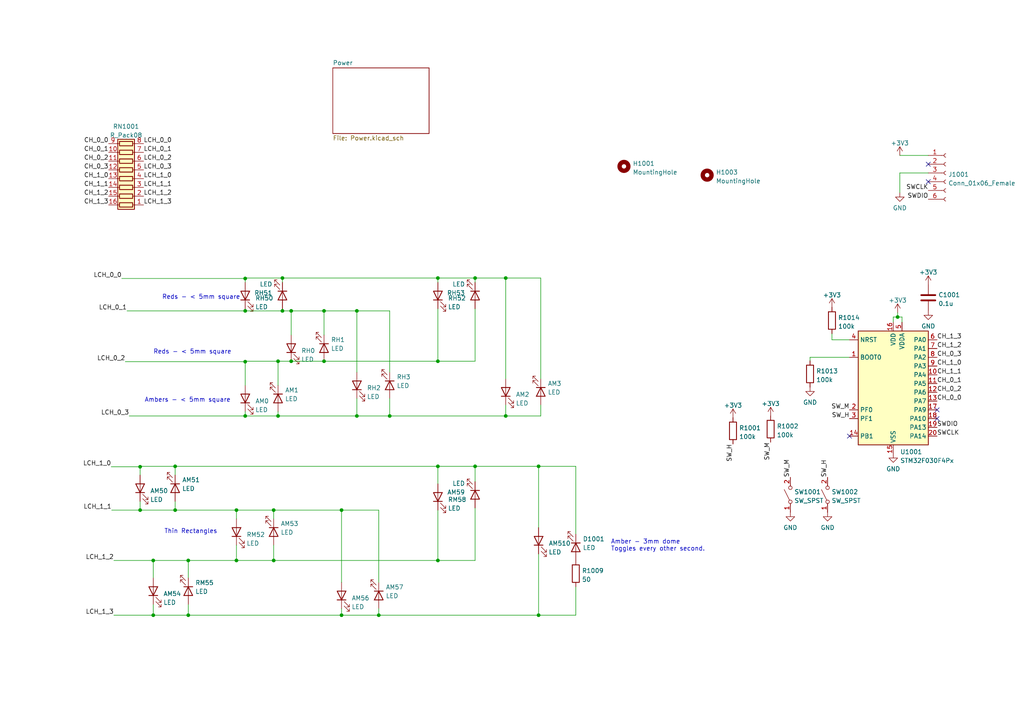
<source format=kicad_sch>
(kicad_sch (version 20211123) (generator eeschema)

  (uuid b669daa5-60f5-436c-9183-329e3168c2e3)

  (paper "A4")

  (lib_symbols
    (symbol "Connector:Conn_01x06_Female" (pin_names (offset 1.016) hide) (in_bom yes) (on_board yes)
      (property "Reference" "J" (id 0) (at 0 7.62 0)
        (effects (font (size 1.27 1.27)))
      )
      (property "Value" "Conn_01x06_Female" (id 1) (at 0 -10.16 0)
        (effects (font (size 1.27 1.27)))
      )
      (property "Footprint" "" (id 2) (at 0 0 0)
        (effects (font (size 1.27 1.27)) hide)
      )
      (property "Datasheet" "~" (id 3) (at 0 0 0)
        (effects (font (size 1.27 1.27)) hide)
      )
      (property "ki_keywords" "connector" (id 4) (at 0 0 0)
        (effects (font (size 1.27 1.27)) hide)
      )
      (property "ki_description" "Generic connector, single row, 01x06, script generated (kicad-library-utils/schlib/autogen/connector/)" (id 5) (at 0 0 0)
        (effects (font (size 1.27 1.27)) hide)
      )
      (property "ki_fp_filters" "Connector*:*_1x??_*" (id 6) (at 0 0 0)
        (effects (font (size 1.27 1.27)) hide)
      )
      (symbol "Conn_01x06_Female_1_1"
        (arc (start 0 -7.112) (mid -0.508 -7.62) (end 0 -8.128)
          (stroke (width 0.1524) (type default) (color 0 0 0 0))
          (fill (type none))
        )
        (arc (start 0 -4.572) (mid -0.508 -5.08) (end 0 -5.588)
          (stroke (width 0.1524) (type default) (color 0 0 0 0))
          (fill (type none))
        )
        (arc (start 0 -2.032) (mid -0.508 -2.54) (end 0 -3.048)
          (stroke (width 0.1524) (type default) (color 0 0 0 0))
          (fill (type none))
        )
        (polyline
          (pts
            (xy -1.27 -7.62)
            (xy -0.508 -7.62)
          )
          (stroke (width 0.1524) (type default) (color 0 0 0 0))
          (fill (type none))
        )
        (polyline
          (pts
            (xy -1.27 -5.08)
            (xy -0.508 -5.08)
          )
          (stroke (width 0.1524) (type default) (color 0 0 0 0))
          (fill (type none))
        )
        (polyline
          (pts
            (xy -1.27 -2.54)
            (xy -0.508 -2.54)
          )
          (stroke (width 0.1524) (type default) (color 0 0 0 0))
          (fill (type none))
        )
        (polyline
          (pts
            (xy -1.27 0)
            (xy -0.508 0)
          )
          (stroke (width 0.1524) (type default) (color 0 0 0 0))
          (fill (type none))
        )
        (polyline
          (pts
            (xy -1.27 2.54)
            (xy -0.508 2.54)
          )
          (stroke (width 0.1524) (type default) (color 0 0 0 0))
          (fill (type none))
        )
        (polyline
          (pts
            (xy -1.27 5.08)
            (xy -0.508 5.08)
          )
          (stroke (width 0.1524) (type default) (color 0 0 0 0))
          (fill (type none))
        )
        (arc (start 0 0.508) (mid -0.508 0) (end 0 -0.508)
          (stroke (width 0.1524) (type default) (color 0 0 0 0))
          (fill (type none))
        )
        (arc (start 0 3.048) (mid -0.508 2.54) (end 0 2.032)
          (stroke (width 0.1524) (type default) (color 0 0 0 0))
          (fill (type none))
        )
        (arc (start 0 5.588) (mid -0.508 5.08) (end 0 4.572)
          (stroke (width 0.1524) (type default) (color 0 0 0 0))
          (fill (type none))
        )
        (pin passive line (at -5.08 5.08 0) (length 3.81)
          (name "Pin_1" (effects (font (size 1.27 1.27))))
          (number "1" (effects (font (size 1.27 1.27))))
        )
        (pin passive line (at -5.08 2.54 0) (length 3.81)
          (name "Pin_2" (effects (font (size 1.27 1.27))))
          (number "2" (effects (font (size 1.27 1.27))))
        )
        (pin passive line (at -5.08 0 0) (length 3.81)
          (name "Pin_3" (effects (font (size 1.27 1.27))))
          (number "3" (effects (font (size 1.27 1.27))))
        )
        (pin passive line (at -5.08 -2.54 0) (length 3.81)
          (name "Pin_4" (effects (font (size 1.27 1.27))))
          (number "4" (effects (font (size 1.27 1.27))))
        )
        (pin passive line (at -5.08 -5.08 0) (length 3.81)
          (name "Pin_5" (effects (font (size 1.27 1.27))))
          (number "5" (effects (font (size 1.27 1.27))))
        )
        (pin passive line (at -5.08 -7.62 0) (length 3.81)
          (name "Pin_6" (effects (font (size 1.27 1.27))))
          (number "6" (effects (font (size 1.27 1.27))))
        )
      )
    )
    (symbol "Device:C" (pin_numbers hide) (pin_names (offset 0.254)) (in_bom yes) (on_board yes)
      (property "Reference" "C" (id 0) (at 0.635 2.54 0)
        (effects (font (size 1.27 1.27)) (justify left))
      )
      (property "Value" "C" (id 1) (at 0.635 -2.54 0)
        (effects (font (size 1.27 1.27)) (justify left))
      )
      (property "Footprint" "" (id 2) (at 0.9652 -3.81 0)
        (effects (font (size 1.27 1.27)) hide)
      )
      (property "Datasheet" "~" (id 3) (at 0 0 0)
        (effects (font (size 1.27 1.27)) hide)
      )
      (property "ki_keywords" "cap capacitor" (id 4) (at 0 0 0)
        (effects (font (size 1.27 1.27)) hide)
      )
      (property "ki_description" "Unpolarized capacitor" (id 5) (at 0 0 0)
        (effects (font (size 1.27 1.27)) hide)
      )
      (property "ki_fp_filters" "C_*" (id 6) (at 0 0 0)
        (effects (font (size 1.27 1.27)) hide)
      )
      (symbol "C_0_1"
        (polyline
          (pts
            (xy -2.032 -0.762)
            (xy 2.032 -0.762)
          )
          (stroke (width 0.508) (type default) (color 0 0 0 0))
          (fill (type none))
        )
        (polyline
          (pts
            (xy -2.032 0.762)
            (xy 2.032 0.762)
          )
          (stroke (width 0.508) (type default) (color 0 0 0 0))
          (fill (type none))
        )
      )
      (symbol "C_1_1"
        (pin passive line (at 0 3.81 270) (length 2.794)
          (name "~" (effects (font (size 1.27 1.27))))
          (number "1" (effects (font (size 1.27 1.27))))
        )
        (pin passive line (at 0 -3.81 90) (length 2.794)
          (name "~" (effects (font (size 1.27 1.27))))
          (number "2" (effects (font (size 1.27 1.27))))
        )
      )
    )
    (symbol "Device:LED" (pin_numbers hide) (pin_names (offset 1.016) hide) (in_bom yes) (on_board yes)
      (property "Reference" "D" (id 0) (at 0 2.54 0)
        (effects (font (size 1.27 1.27)))
      )
      (property "Value" "LED" (id 1) (at 0 -2.54 0)
        (effects (font (size 1.27 1.27)))
      )
      (property "Footprint" "" (id 2) (at 0 0 0)
        (effects (font (size 1.27 1.27)) hide)
      )
      (property "Datasheet" "~" (id 3) (at 0 0 0)
        (effects (font (size 1.27 1.27)) hide)
      )
      (property "ki_keywords" "LED diode" (id 4) (at 0 0 0)
        (effects (font (size 1.27 1.27)) hide)
      )
      (property "ki_description" "Light emitting diode" (id 5) (at 0 0 0)
        (effects (font (size 1.27 1.27)) hide)
      )
      (property "ki_fp_filters" "LED* LED_SMD:* LED_THT:*" (id 6) (at 0 0 0)
        (effects (font (size 1.27 1.27)) hide)
      )
      (symbol "LED_0_1"
        (polyline
          (pts
            (xy -1.27 -1.27)
            (xy -1.27 1.27)
          )
          (stroke (width 0.254) (type default) (color 0 0 0 0))
          (fill (type none))
        )
        (polyline
          (pts
            (xy -1.27 0)
            (xy 1.27 0)
          )
          (stroke (width 0) (type default) (color 0 0 0 0))
          (fill (type none))
        )
        (polyline
          (pts
            (xy 1.27 -1.27)
            (xy 1.27 1.27)
            (xy -1.27 0)
            (xy 1.27 -1.27)
          )
          (stroke (width 0.254) (type default) (color 0 0 0 0))
          (fill (type none))
        )
        (polyline
          (pts
            (xy -3.048 -0.762)
            (xy -4.572 -2.286)
            (xy -3.81 -2.286)
            (xy -4.572 -2.286)
            (xy -4.572 -1.524)
          )
          (stroke (width 0) (type default) (color 0 0 0 0))
          (fill (type none))
        )
        (polyline
          (pts
            (xy -1.778 -0.762)
            (xy -3.302 -2.286)
            (xy -2.54 -2.286)
            (xy -3.302 -2.286)
            (xy -3.302 -1.524)
          )
          (stroke (width 0) (type default) (color 0 0 0 0))
          (fill (type none))
        )
      )
      (symbol "LED_1_1"
        (pin passive line (at -3.81 0 0) (length 2.54)
          (name "K" (effects (font (size 1.27 1.27))))
          (number "1" (effects (font (size 1.27 1.27))))
        )
        (pin passive line (at 3.81 0 180) (length 2.54)
          (name "A" (effects (font (size 1.27 1.27))))
          (number "2" (effects (font (size 1.27 1.27))))
        )
      )
    )
    (symbol "Device:R" (pin_numbers hide) (pin_names (offset 0)) (in_bom yes) (on_board yes)
      (property "Reference" "R" (id 0) (at 2.032 0 90)
        (effects (font (size 1.27 1.27)))
      )
      (property "Value" "R" (id 1) (at 0 0 90)
        (effects (font (size 1.27 1.27)))
      )
      (property "Footprint" "" (id 2) (at -1.778 0 90)
        (effects (font (size 1.27 1.27)) hide)
      )
      (property "Datasheet" "~" (id 3) (at 0 0 0)
        (effects (font (size 1.27 1.27)) hide)
      )
      (property "ki_keywords" "R res resistor" (id 4) (at 0 0 0)
        (effects (font (size 1.27 1.27)) hide)
      )
      (property "ki_description" "Resistor" (id 5) (at 0 0 0)
        (effects (font (size 1.27 1.27)) hide)
      )
      (property "ki_fp_filters" "R_*" (id 6) (at 0 0 0)
        (effects (font (size 1.27 1.27)) hide)
      )
      (symbol "R_0_1"
        (rectangle (start -1.016 -2.54) (end 1.016 2.54)
          (stroke (width 0.254) (type default) (color 0 0 0 0))
          (fill (type none))
        )
      )
      (symbol "R_1_1"
        (pin passive line (at 0 3.81 270) (length 1.27)
          (name "~" (effects (font (size 1.27 1.27))))
          (number "1" (effects (font (size 1.27 1.27))))
        )
        (pin passive line (at 0 -3.81 90) (length 1.27)
          (name "~" (effects (font (size 1.27 1.27))))
          (number "2" (effects (font (size 1.27 1.27))))
        )
      )
    )
    (symbol "Device:R_Pack08" (pin_names (offset 0) hide) (in_bom yes) (on_board yes)
      (property "Reference" "RN" (id 0) (at -12.7 0 90)
        (effects (font (size 1.27 1.27)))
      )
      (property "Value" "R_Pack08" (id 1) (at 10.16 0 90)
        (effects (font (size 1.27 1.27)))
      )
      (property "Footprint" "" (id 2) (at 12.065 0 90)
        (effects (font (size 1.27 1.27)) hide)
      )
      (property "Datasheet" "~" (id 3) (at 0 0 0)
        (effects (font (size 1.27 1.27)) hide)
      )
      (property "ki_keywords" "R network parallel topology isolated" (id 4) (at 0 0 0)
        (effects (font (size 1.27 1.27)) hide)
      )
      (property "ki_description" "8 resistor network, parallel topology" (id 5) (at 0 0 0)
        (effects (font (size 1.27 1.27)) hide)
      )
      (property "ki_fp_filters" "DIP* SOIC* R*Array*Concave* R*Array*Convex*" (id 6) (at 0 0 0)
        (effects (font (size 1.27 1.27)) hide)
      )
      (symbol "R_Pack08_0_1"
        (rectangle (start -11.43 -2.413) (end 8.89 2.413)
          (stroke (width 0.254) (type default) (color 0 0 0 0))
          (fill (type background))
        )
        (rectangle (start -10.795 1.905) (end -9.525 -1.905)
          (stroke (width 0.254) (type default) (color 0 0 0 0))
          (fill (type none))
        )
        (rectangle (start -8.255 1.905) (end -6.985 -1.905)
          (stroke (width 0.254) (type default) (color 0 0 0 0))
          (fill (type none))
        )
        (rectangle (start -5.715 1.905) (end -4.445 -1.905)
          (stroke (width 0.254) (type default) (color 0 0 0 0))
          (fill (type none))
        )
        (rectangle (start -3.175 1.905) (end -1.905 -1.905)
          (stroke (width 0.254) (type default) (color 0 0 0 0))
          (fill (type none))
        )
        (rectangle (start -0.635 1.905) (end 0.635 -1.905)
          (stroke (width 0.254) (type default) (color 0 0 0 0))
          (fill (type none))
        )
        (polyline
          (pts
            (xy -10.16 -2.54)
            (xy -10.16 -1.905)
          )
          (stroke (width 0) (type default) (color 0 0 0 0))
          (fill (type none))
        )
        (polyline
          (pts
            (xy -10.16 1.905)
            (xy -10.16 2.54)
          )
          (stroke (width 0) (type default) (color 0 0 0 0))
          (fill (type none))
        )
        (polyline
          (pts
            (xy -7.62 -2.54)
            (xy -7.62 -1.905)
          )
          (stroke (width 0) (type default) (color 0 0 0 0))
          (fill (type none))
        )
        (polyline
          (pts
            (xy -7.62 1.905)
            (xy -7.62 2.54)
          )
          (stroke (width 0) (type default) (color 0 0 0 0))
          (fill (type none))
        )
        (polyline
          (pts
            (xy -5.08 -2.54)
            (xy -5.08 -1.905)
          )
          (stroke (width 0) (type default) (color 0 0 0 0))
          (fill (type none))
        )
        (polyline
          (pts
            (xy -5.08 1.905)
            (xy -5.08 2.54)
          )
          (stroke (width 0) (type default) (color 0 0 0 0))
          (fill (type none))
        )
        (polyline
          (pts
            (xy -2.54 -2.54)
            (xy -2.54 -1.905)
          )
          (stroke (width 0) (type default) (color 0 0 0 0))
          (fill (type none))
        )
        (polyline
          (pts
            (xy -2.54 1.905)
            (xy -2.54 2.54)
          )
          (stroke (width 0) (type default) (color 0 0 0 0))
          (fill (type none))
        )
        (polyline
          (pts
            (xy 0 -2.54)
            (xy 0 -1.905)
          )
          (stroke (width 0) (type default) (color 0 0 0 0))
          (fill (type none))
        )
        (polyline
          (pts
            (xy 0 1.905)
            (xy 0 2.54)
          )
          (stroke (width 0) (type default) (color 0 0 0 0))
          (fill (type none))
        )
        (polyline
          (pts
            (xy 2.54 -2.54)
            (xy 2.54 -1.905)
          )
          (stroke (width 0) (type default) (color 0 0 0 0))
          (fill (type none))
        )
        (polyline
          (pts
            (xy 2.54 1.905)
            (xy 2.54 2.54)
          )
          (stroke (width 0) (type default) (color 0 0 0 0))
          (fill (type none))
        )
        (polyline
          (pts
            (xy 5.08 -2.54)
            (xy 5.08 -1.905)
          )
          (stroke (width 0) (type default) (color 0 0 0 0))
          (fill (type none))
        )
        (polyline
          (pts
            (xy 5.08 1.905)
            (xy 5.08 2.54)
          )
          (stroke (width 0) (type default) (color 0 0 0 0))
          (fill (type none))
        )
        (polyline
          (pts
            (xy 7.62 -2.54)
            (xy 7.62 -1.905)
          )
          (stroke (width 0) (type default) (color 0 0 0 0))
          (fill (type none))
        )
        (polyline
          (pts
            (xy 7.62 1.905)
            (xy 7.62 2.54)
          )
          (stroke (width 0) (type default) (color 0 0 0 0))
          (fill (type none))
        )
        (rectangle (start 1.905 1.905) (end 3.175 -1.905)
          (stroke (width 0.254) (type default) (color 0 0 0 0))
          (fill (type none))
        )
        (rectangle (start 4.445 1.905) (end 5.715 -1.905)
          (stroke (width 0.254) (type default) (color 0 0 0 0))
          (fill (type none))
        )
        (rectangle (start 6.985 1.905) (end 8.255 -1.905)
          (stroke (width 0.254) (type default) (color 0 0 0 0))
          (fill (type none))
        )
      )
      (symbol "R_Pack08_1_1"
        (pin passive line (at -10.16 -5.08 90) (length 2.54)
          (name "R1.1" (effects (font (size 1.27 1.27))))
          (number "1" (effects (font (size 1.27 1.27))))
        )
        (pin passive line (at 5.08 5.08 270) (length 2.54)
          (name "R7.2" (effects (font (size 1.27 1.27))))
          (number "10" (effects (font (size 1.27 1.27))))
        )
        (pin passive line (at 2.54 5.08 270) (length 2.54)
          (name "R6.2" (effects (font (size 1.27 1.27))))
          (number "11" (effects (font (size 1.27 1.27))))
        )
        (pin passive line (at 0 5.08 270) (length 2.54)
          (name "R5.2" (effects (font (size 1.27 1.27))))
          (number "12" (effects (font (size 1.27 1.27))))
        )
        (pin passive line (at -2.54 5.08 270) (length 2.54)
          (name "R4.2" (effects (font (size 1.27 1.27))))
          (number "13" (effects (font (size 1.27 1.27))))
        )
        (pin passive line (at -5.08 5.08 270) (length 2.54)
          (name "R3.2" (effects (font (size 1.27 1.27))))
          (number "14" (effects (font (size 1.27 1.27))))
        )
        (pin passive line (at -7.62 5.08 270) (length 2.54)
          (name "R2.2" (effects (font (size 1.27 1.27))))
          (number "15" (effects (font (size 1.27 1.27))))
        )
        (pin passive line (at -10.16 5.08 270) (length 2.54)
          (name "R1.2" (effects (font (size 1.27 1.27))))
          (number "16" (effects (font (size 1.27 1.27))))
        )
        (pin passive line (at -7.62 -5.08 90) (length 2.54)
          (name "R2.1" (effects (font (size 1.27 1.27))))
          (number "2" (effects (font (size 1.27 1.27))))
        )
        (pin passive line (at -5.08 -5.08 90) (length 2.54)
          (name "R3.1" (effects (font (size 1.27 1.27))))
          (number "3" (effects (font (size 1.27 1.27))))
        )
        (pin passive line (at -2.54 -5.08 90) (length 2.54)
          (name "R4.1" (effects (font (size 1.27 1.27))))
          (number "4" (effects (font (size 1.27 1.27))))
        )
        (pin passive line (at 0 -5.08 90) (length 2.54)
          (name "R5.1" (effects (font (size 1.27 1.27))))
          (number "5" (effects (font (size 1.27 1.27))))
        )
        (pin passive line (at 2.54 -5.08 90) (length 2.54)
          (name "R6.1" (effects (font (size 1.27 1.27))))
          (number "6" (effects (font (size 1.27 1.27))))
        )
        (pin passive line (at 5.08 -5.08 90) (length 2.54)
          (name "R7.1" (effects (font (size 1.27 1.27))))
          (number "7" (effects (font (size 1.27 1.27))))
        )
        (pin passive line (at 7.62 -5.08 90) (length 2.54)
          (name "R8.1" (effects (font (size 1.27 1.27))))
          (number "8" (effects (font (size 1.27 1.27))))
        )
        (pin passive line (at 7.62 5.08 270) (length 2.54)
          (name "R8.2" (effects (font (size 1.27 1.27))))
          (number "9" (effects (font (size 1.27 1.27))))
        )
      )
    )
    (symbol "MCU_ST_STM32F0:STM32F030F4Px" (in_bom yes) (on_board yes)
      (property "Reference" "U" (id 0) (at -10.16 16.51 0)
        (effects (font (size 1.27 1.27)) (justify left))
      )
      (property "Value" "STM32F030F4Px" (id 1) (at 5.08 16.51 0)
        (effects (font (size 1.27 1.27)) (justify left))
      )
      (property "Footprint" "Package_SO:TSSOP-20_4.4x6.5mm_P0.65mm" (id 2) (at -10.16 -17.78 0)
        (effects (font (size 1.27 1.27)) (justify right) hide)
      )
      (property "Datasheet" "http://www.st.com/st-web-ui/static/active/en/resource/technical/document/datasheet/DM00088500.pdf" (id 3) (at 0 0 0)
        (effects (font (size 1.27 1.27)) hide)
      )
      (property "ki_keywords" "ARM Cortex-M0 STM32F0 STM32F0x0 Value Line" (id 4) (at 0 0 0)
        (effects (font (size 1.27 1.27)) hide)
      )
      (property "ki_description" "ARM Cortex-M0 MCU, 16KB flash, 4KB RAM, 48MHz, 2.4-3.6V, 15 GPIO, TSSOP-20" (id 5) (at 0 0 0)
        (effects (font (size 1.27 1.27)) hide)
      )
      (property "ki_fp_filters" "TSSOP*4.4x6.5mm*P0.65mm*" (id 6) (at 0 0 0)
        (effects (font (size 1.27 1.27)) hide)
      )
      (symbol "STM32F030F4Px_0_1"
        (rectangle (start -10.16 -17.78) (end 10.16 15.24)
          (stroke (width 0.254) (type default) (color 0 0 0 0))
          (fill (type background))
        )
      )
      (symbol "STM32F030F4Px_1_1"
        (pin input line (at -12.7 7.62 0) (length 2.54)
          (name "BOOT0" (effects (font (size 1.27 1.27))))
          (number "1" (effects (font (size 1.27 1.27))))
        )
        (pin bidirectional line (at 12.7 2.54 180) (length 2.54)
          (name "PA4" (effects (font (size 1.27 1.27))))
          (number "10" (effects (font (size 1.27 1.27))))
        )
        (pin bidirectional line (at 12.7 0 180) (length 2.54)
          (name "PA5" (effects (font (size 1.27 1.27))))
          (number "11" (effects (font (size 1.27 1.27))))
        )
        (pin bidirectional line (at 12.7 -2.54 180) (length 2.54)
          (name "PA6" (effects (font (size 1.27 1.27))))
          (number "12" (effects (font (size 1.27 1.27))))
        )
        (pin bidirectional line (at 12.7 -5.08 180) (length 2.54)
          (name "PA7" (effects (font (size 1.27 1.27))))
          (number "13" (effects (font (size 1.27 1.27))))
        )
        (pin bidirectional line (at -12.7 -15.24 0) (length 2.54)
          (name "PB1" (effects (font (size 1.27 1.27))))
          (number "14" (effects (font (size 1.27 1.27))))
        )
        (pin power_in line (at 0 -20.32 90) (length 2.54)
          (name "VSS" (effects (font (size 1.27 1.27))))
          (number "15" (effects (font (size 1.27 1.27))))
        )
        (pin power_in line (at 0 17.78 270) (length 2.54)
          (name "VDD" (effects (font (size 1.27 1.27))))
          (number "16" (effects (font (size 1.27 1.27))))
        )
        (pin bidirectional line (at 12.7 -7.62 180) (length 2.54)
          (name "PA9" (effects (font (size 1.27 1.27))))
          (number "17" (effects (font (size 1.27 1.27))))
        )
        (pin bidirectional line (at 12.7 -10.16 180) (length 2.54)
          (name "PA10" (effects (font (size 1.27 1.27))))
          (number "18" (effects (font (size 1.27 1.27))))
        )
        (pin bidirectional line (at 12.7 -12.7 180) (length 2.54)
          (name "PA13" (effects (font (size 1.27 1.27))))
          (number "19" (effects (font (size 1.27 1.27))))
        )
        (pin input line (at -12.7 -7.62 0) (length 2.54)
          (name "PF0" (effects (font (size 1.27 1.27))))
          (number "2" (effects (font (size 1.27 1.27))))
        )
        (pin bidirectional line (at 12.7 -15.24 180) (length 2.54)
          (name "PA14" (effects (font (size 1.27 1.27))))
          (number "20" (effects (font (size 1.27 1.27))))
        )
        (pin input line (at -12.7 -10.16 0) (length 2.54)
          (name "PF1" (effects (font (size 1.27 1.27))))
          (number "3" (effects (font (size 1.27 1.27))))
        )
        (pin input line (at -12.7 12.7 0) (length 2.54)
          (name "NRST" (effects (font (size 1.27 1.27))))
          (number "4" (effects (font (size 1.27 1.27))))
        )
        (pin power_in line (at 2.54 17.78 270) (length 2.54)
          (name "VDDA" (effects (font (size 1.27 1.27))))
          (number "5" (effects (font (size 1.27 1.27))))
        )
        (pin bidirectional line (at 12.7 12.7 180) (length 2.54)
          (name "PA0" (effects (font (size 1.27 1.27))))
          (number "6" (effects (font (size 1.27 1.27))))
        )
        (pin bidirectional line (at 12.7 10.16 180) (length 2.54)
          (name "PA1" (effects (font (size 1.27 1.27))))
          (number "7" (effects (font (size 1.27 1.27))))
        )
        (pin bidirectional line (at 12.7 7.62 180) (length 2.54)
          (name "PA2" (effects (font (size 1.27 1.27))))
          (number "8" (effects (font (size 1.27 1.27))))
        )
        (pin bidirectional line (at 12.7 5.08 180) (length 2.54)
          (name "PA3" (effects (font (size 1.27 1.27))))
          (number "9" (effects (font (size 1.27 1.27))))
        )
      )
    )
    (symbol "Mechanical:MountingHole" (pin_names (offset 1.016)) (in_bom yes) (on_board yes)
      (property "Reference" "H" (id 0) (at 0 5.08 0)
        (effects (font (size 1.27 1.27)))
      )
      (property "Value" "MountingHole" (id 1) (at 0 3.175 0)
        (effects (font (size 1.27 1.27)))
      )
      (property "Footprint" "" (id 2) (at 0 0 0)
        (effects (font (size 1.27 1.27)) hide)
      )
      (property "Datasheet" "~" (id 3) (at 0 0 0)
        (effects (font (size 1.27 1.27)) hide)
      )
      (property "ki_keywords" "mounting hole" (id 4) (at 0 0 0)
        (effects (font (size 1.27 1.27)) hide)
      )
      (property "ki_description" "Mounting Hole without connection" (id 5) (at 0 0 0)
        (effects (font (size 1.27 1.27)) hide)
      )
      (property "ki_fp_filters" "MountingHole*" (id 6) (at 0 0 0)
        (effects (font (size 1.27 1.27)) hide)
      )
      (symbol "MountingHole_0_1"
        (circle (center 0 0) (radius 1.27)
          (stroke (width 1.27) (type default) (color 0 0 0 0))
          (fill (type none))
        )
      )
    )
    (symbol "Switch:SW_SPST" (pin_names (offset 0) hide) (in_bom yes) (on_board yes)
      (property "Reference" "SW" (id 0) (at 0 3.175 0)
        (effects (font (size 1.27 1.27)))
      )
      (property "Value" "SW_SPST" (id 1) (at 0 -2.54 0)
        (effects (font (size 1.27 1.27)))
      )
      (property "Footprint" "" (id 2) (at 0 0 0)
        (effects (font (size 1.27 1.27)) hide)
      )
      (property "Datasheet" "~" (id 3) (at 0 0 0)
        (effects (font (size 1.27 1.27)) hide)
      )
      (property "ki_keywords" "switch lever" (id 4) (at 0 0 0)
        (effects (font (size 1.27 1.27)) hide)
      )
      (property "ki_description" "Single Pole Single Throw (SPST) switch" (id 5) (at 0 0 0)
        (effects (font (size 1.27 1.27)) hide)
      )
      (symbol "SW_SPST_0_0"
        (circle (center -2.032 0) (radius 0.508)
          (stroke (width 0) (type default) (color 0 0 0 0))
          (fill (type none))
        )
        (polyline
          (pts
            (xy -1.524 0.254)
            (xy 1.524 1.778)
          )
          (stroke (width 0) (type default) (color 0 0 0 0))
          (fill (type none))
        )
        (circle (center 2.032 0) (radius 0.508)
          (stroke (width 0) (type default) (color 0 0 0 0))
          (fill (type none))
        )
      )
      (symbol "SW_SPST_1_1"
        (pin passive line (at -5.08 0 0) (length 2.54)
          (name "A" (effects (font (size 1.27 1.27))))
          (number "1" (effects (font (size 1.27 1.27))))
        )
        (pin passive line (at 5.08 0 180) (length 2.54)
          (name "B" (effects (font (size 1.27 1.27))))
          (number "2" (effects (font (size 1.27 1.27))))
        )
      )
    )
    (symbol "power:+3V3" (power) (pin_names (offset 0)) (in_bom yes) (on_board yes)
      (property "Reference" "#PWR" (id 0) (at 0 -3.81 0)
        (effects (font (size 1.27 1.27)) hide)
      )
      (property "Value" "+3V3" (id 1) (at 0 3.556 0)
        (effects (font (size 1.27 1.27)))
      )
      (property "Footprint" "" (id 2) (at 0 0 0)
        (effects (font (size 1.27 1.27)) hide)
      )
      (property "Datasheet" "" (id 3) (at 0 0 0)
        (effects (font (size 1.27 1.27)) hide)
      )
      (property "ki_keywords" "power-flag" (id 4) (at 0 0 0)
        (effects (font (size 1.27 1.27)) hide)
      )
      (property "ki_description" "Power symbol creates a global label with name \"+3V3\"" (id 5) (at 0 0 0)
        (effects (font (size 1.27 1.27)) hide)
      )
      (symbol "+3V3_0_1"
        (polyline
          (pts
            (xy -0.762 1.27)
            (xy 0 2.54)
          )
          (stroke (width 0) (type default) (color 0 0 0 0))
          (fill (type none))
        )
        (polyline
          (pts
            (xy 0 0)
            (xy 0 2.54)
          )
          (stroke (width 0) (type default) (color 0 0 0 0))
          (fill (type none))
        )
        (polyline
          (pts
            (xy 0 2.54)
            (xy 0.762 1.27)
          )
          (stroke (width 0) (type default) (color 0 0 0 0))
          (fill (type none))
        )
      )
      (symbol "+3V3_1_1"
        (pin power_in line (at 0 0 90) (length 0) hide
          (name "+3V3" (effects (font (size 1.27 1.27))))
          (number "1" (effects (font (size 1.27 1.27))))
        )
      )
    )
    (symbol "power:GND" (power) (pin_names (offset 0)) (in_bom yes) (on_board yes)
      (property "Reference" "#PWR" (id 0) (at 0 -6.35 0)
        (effects (font (size 1.27 1.27)) hide)
      )
      (property "Value" "GND" (id 1) (at 0 -3.81 0)
        (effects (font (size 1.27 1.27)))
      )
      (property "Footprint" "" (id 2) (at 0 0 0)
        (effects (font (size 1.27 1.27)) hide)
      )
      (property "Datasheet" "" (id 3) (at 0 0 0)
        (effects (font (size 1.27 1.27)) hide)
      )
      (property "ki_keywords" "power-flag" (id 4) (at 0 0 0)
        (effects (font (size 1.27 1.27)) hide)
      )
      (property "ki_description" "Power symbol creates a global label with name \"GND\" , ground" (id 5) (at 0 0 0)
        (effects (font (size 1.27 1.27)) hide)
      )
      (symbol "GND_0_1"
        (polyline
          (pts
            (xy 0 0)
            (xy 0 -1.27)
            (xy 1.27 -1.27)
            (xy 0 -2.54)
            (xy -1.27 -1.27)
            (xy 0 -1.27)
          )
          (stroke (width 0) (type default) (color 0 0 0 0))
          (fill (type none))
        )
      )
      (symbol "GND_1_1"
        (pin power_in line (at 0 0 270) (length 0) hide
          (name "GND" (effects (font (size 1.27 1.27))))
          (number "1" (effects (font (size 1.27 1.27))))
        )
      )
    )
  )

  (junction (at 40.64 147.955) (diameter 0) (color 0 0 0 0)
    (uuid 0167e1b5-bdd6-4f6e-b39a-9cd8f3c168c0)
  )
  (junction (at 109.855 178.435) (diameter 0) (color 0 0 0 0)
    (uuid 05269bbf-d88b-4deb-857d-b097e860fae3)
  )
  (junction (at 71.12 120.65) (diameter 0) (color 0 0 0 0)
    (uuid 1008125e-6d41-4ffe-97d8-d733f9716ec4)
  )
  (junction (at 40.64 135.382) (diameter 0) (color 0 0 0 0)
    (uuid 17bf42fa-1ad2-43d7-accb-f62a98723e3b)
  )
  (junction (at 71.12 80.772) (diameter 0) (color 0 0 0 0)
    (uuid 198790d0-2472-45c6-9f36-ac2855b63a2d)
  )
  (junction (at 146.685 120.65) (diameter 0) (color 0 0 0 0)
    (uuid 2878e638-f944-4767-bb94-d853598cbc68)
  )
  (junction (at 71.12 90.17) (diameter 0) (color 0 0 0 0)
    (uuid 2bc0e990-4729-4fee-a839-065a1fc2ae87)
  )
  (junction (at 127 104.775) (diameter 0) (color 0 0 0 0)
    (uuid 2e25dbce-b51d-41fc-934b-f3fb92107282)
  )
  (junction (at 93.98 104.775) (diameter 0) (color 0 0 0 0)
    (uuid 2ebc1f2f-c80c-431b-997b-4cb21cc7a050)
  )
  (junction (at 68.58 162.56) (diameter 0) (color 0 0 0 0)
    (uuid 2fd262a1-5790-4925-a9a9-d07d75874873)
  )
  (junction (at 127 162.56) (diameter 0) (color 0 0 0 0)
    (uuid 30e6c6ae-a09d-43ba-a8cb-8f7a20c9ffd7)
  )
  (junction (at 81.915 80.645) (diameter 0) (color 0 0 0 0)
    (uuid 410e1d70-c5bb-4880-b934-e44b4e08571c)
  )
  (junction (at 50.8 135.255) (diameter 0) (color 0 0 0 0)
    (uuid 42f8eeb9-386c-44d2-851c-7497aa52882b)
  )
  (junction (at 50.8 147.955) (diameter 0) (color 0 0 0 0)
    (uuid 43172f42-8092-4af5-98e8-79907738b5ee)
  )
  (junction (at 99.06 147.955) (diameter 0) (color 0 0 0 0)
    (uuid 4b6044bb-52a2-4ce6-b5b5-a54e0b4049d9)
  )
  (junction (at 156.21 178.435) (diameter 0) (color 0 0 0 0)
    (uuid 4dc27c30-70c9-425d-bfb6-17f434fc5d1c)
  )
  (junction (at 68.58 147.955) (diameter 0) (color 0 0 0 0)
    (uuid 551c432c-e0a1-4047-8526-a12105c5bab7)
  )
  (junction (at 146.685 80.645) (diameter 0) (color 0 0 0 0)
    (uuid 5898d136-bd5f-40aa-813d-8867303a0173)
  )
  (junction (at 137.795 80.645) (diameter 0) (color 0 0 0 0)
    (uuid 5b7ce41e-1dd7-4c0c-9d0c-4d22661fae72)
  )
  (junction (at 44.45 162.56) (diameter 0) (color 0 0 0 0)
    (uuid 67528dbb-58cc-4f90-94cc-289f3838f104)
  )
  (junction (at 84.455 104.775) (diameter 0) (color 0 0 0 0)
    (uuid 6b379ab4-f471-48b1-aa53-1f698fd70a33)
  )
  (junction (at 71.12 104.902) (diameter 0) (color 0 0 0 0)
    (uuid 7ee07c2c-ad33-479b-b45d-eca176017c90)
  )
  (junction (at 44.45 178.435) (diameter 0) (color 0 0 0 0)
    (uuid 813eb657-6c1b-4563-ac05-2b0871b3fc3f)
  )
  (junction (at 93.98 90.17) (diameter 0) (color 0 0 0 0)
    (uuid 82785573-bbde-4b02-b033-87f40d542823)
  )
  (junction (at 103.505 90.17) (diameter 0) (color 0 0 0 0)
    (uuid 9a5f80f0-9b0d-45b5-bb40-adde6dd16f53)
  )
  (junction (at 103.505 120.65) (diameter 0) (color 0 0 0 0)
    (uuid 9e0535b6-d18f-49a4-923b-04b7acc8c4b8)
  )
  (junction (at 81.915 90.17) (diameter 0) (color 0 0 0 0)
    (uuid a2795d1f-ca5b-4a13-b0f7-f19e34285b62)
  )
  (junction (at 80.645 104.775) (diameter 0) (color 0 0 0 0)
    (uuid a5563ec2-c227-4b9c-9fa0-eb29c3d2ca17)
  )
  (junction (at 127 80.645) (diameter 0) (color 0 0 0 0)
    (uuid ab81dc5d-a8ab-4cd6-aa0b-df06ae1c1ce8)
  )
  (junction (at 127 135.255) (diameter 0) (color 0 0 0 0)
    (uuid ac604ad6-9b3b-4126-ad90-cf65a2303306)
  )
  (junction (at 79.375 147.955) (diameter 0) (color 0 0 0 0)
    (uuid b71d4a1f-4c5b-4587-97a1-b077fc152738)
  )
  (junction (at 137.795 135.255) (diameter 0) (color 0 0 0 0)
    (uuid ba61c5e6-bd71-4658-8b40-d510dcceab13)
  )
  (junction (at 156.21 135.255) (diameter 0) (color 0 0 0 0)
    (uuid be143fa3-dd8c-45f0-b1a8-93adcffba0d8)
  )
  (junction (at 54.61 178.435) (diameter 0) (color 0 0 0 0)
    (uuid c355b9e4-6af1-4cf6-81a7-1c776a3865ee)
  )
  (junction (at 84.455 90.17) (diameter 0) (color 0 0 0 0)
    (uuid c494e59c-3e34-41b5-969e-fa249cc97e40)
  )
  (junction (at 79.375 162.56) (diameter 0) (color 0 0 0 0)
    (uuid c50cb3a4-e6ec-4c35-8a2d-43b68b0ac9c9)
  )
  (junction (at 54.61 162.56) (diameter 0) (color 0 0 0 0)
    (uuid cc47f6d6-fb4b-4f88-90fd-52890ebba441)
  )
  (junction (at 260.35 91.948) (diameter 0) (color 0 0 0 0)
    (uuid dc60111b-1ba0-46cd-80f2-1d764f48e577)
  )
  (junction (at 113.03 120.65) (diameter 0) (color 0 0 0 0)
    (uuid f26d78e3-ed9d-490c-b987-2c53288d3ad2)
  )
  (junction (at 99.06 178.435) (diameter 0) (color 0 0 0 0)
    (uuid f27ad566-127e-4132-bd1d-c6267a32eea6)
  )
  (junction (at 80.645 120.65) (diameter 0) (color 0 0 0 0)
    (uuid fb5a183a-8e67-4a22-802a-4ebabd15c9ca)
  )

  (no_connect (at 271.78 118.872) (uuid 6c5b3bbe-5892-40bb-a1a0-a7f08f46d0a6))
  (no_connect (at 271.78 121.412) (uuid 6c5b3bbe-5892-40bb-a1a0-a7f08f46d0a6))
  (no_connect (at 246.38 126.492) (uuid 6c5b3bbe-5892-40bb-a1a0-a7f08f46d0a6))
  (no_connect (at 269.24 47.625) (uuid c09bc357-6881-4772-b659-f465b04ed0e3))
  (no_connect (at 269.24 52.705) (uuid c09bc357-6881-4772-b659-f465b04ed0e4))

  (wire (pts (xy 259.08 91.948) (xy 259.08 93.472))
    (stroke (width 0) (type default) (color 0 0 0 0))
    (uuid 001961ce-cf54-42ac-8bb2-85c3acf53fde)
  )
  (wire (pts (xy 79.375 147.955) (xy 79.375 150.495))
    (stroke (width 0) (type default) (color 0 0 0 0))
    (uuid 046835db-404c-4d2c-bc07-bbddbebffb72)
  )
  (wire (pts (xy 127 162.56) (xy 127 147.955))
    (stroke (width 0) (type default) (color 0 0 0 0))
    (uuid 0b72efd9-76f5-4424-973b-6d923f3e59e5)
  )
  (wire (pts (xy 137.795 80.645) (xy 137.795 81.915))
    (stroke (width 0) (type default) (color 0 0 0 0))
    (uuid 0c90b844-e525-4576-9ae0-f37fc887ecba)
  )
  (wire (pts (xy 81.915 90.17) (xy 84.455 90.17))
    (stroke (width 0) (type default) (color 0 0 0 0))
    (uuid 0efdea5d-0c7b-404f-b31e-2e996b935608)
  )
  (wire (pts (xy 99.06 178.435) (xy 109.855 178.435))
    (stroke (width 0) (type default) (color 0 0 0 0))
    (uuid 0f2b9ed7-8922-43ff-a022-1db477293ead)
  )
  (wire (pts (xy 93.98 90.17) (xy 103.505 90.17))
    (stroke (width 0) (type default) (color 0 0 0 0))
    (uuid 1092531c-e9bf-457b-a89d-7c3477c3dbe3)
  )
  (wire (pts (xy 137.795 162.56) (xy 137.795 147.32))
    (stroke (width 0) (type default) (color 0 0 0 0))
    (uuid 1181d1f9-1729-4e48-aa9a-82f9e0652d74)
  )
  (wire (pts (xy 156.21 178.435) (xy 156.21 160.655))
    (stroke (width 0) (type default) (color 0 0 0 0))
    (uuid 166a9e6c-58a6-4db6-a2cf-410b6d736f27)
  )
  (wire (pts (xy 68.58 162.56) (xy 68.58 158.115))
    (stroke (width 0) (type default) (color 0 0 0 0))
    (uuid 19cf6e41-c1f9-4ea2-af73-d4695f8607d6)
  )
  (wire (pts (xy 84.455 90.17) (xy 84.455 97.155))
    (stroke (width 0) (type default) (color 0 0 0 0))
    (uuid 1acac958-e2bf-4363-a901-20eb36381013)
  )
  (wire (pts (xy 44.45 162.56) (xy 54.61 162.56))
    (stroke (width 0) (type default) (color 0 0 0 0))
    (uuid 1bfee1b3-2ea9-4bcc-8a12-a29c33890f69)
  )
  (wire (pts (xy 260.35 90.678) (xy 260.35 91.948))
    (stroke (width 0) (type default) (color 0 0 0 0))
    (uuid 1ffdeda8-f058-4b3e-ad75-34e4ea6949f3)
  )
  (wire (pts (xy 113.03 115.57) (xy 113.03 120.65))
    (stroke (width 0) (type default) (color 0 0 0 0))
    (uuid 2267f27a-1736-4fbe-add8-0dcebe85b939)
  )
  (wire (pts (xy 68.58 162.56) (xy 79.375 162.56))
    (stroke (width 0) (type default) (color 0 0 0 0))
    (uuid 2374a596-3b1f-477c-9037-7ebecbac2492)
  )
  (wire (pts (xy 36.322 104.902) (xy 71.12 104.902))
    (stroke (width 0) (type default) (color 0 0 0 0))
    (uuid 259d2e29-97a3-4c6f-8f4c-b770178cdfaa)
  )
  (wire (pts (xy 80.645 120.65) (xy 103.505 120.65))
    (stroke (width 0) (type default) (color 0 0 0 0))
    (uuid 260ae1a9-d439-4dce-b869-6fb44306be2c)
  )
  (wire (pts (xy 109.855 147.955) (xy 109.855 168.91))
    (stroke (width 0) (type default) (color 0 0 0 0))
    (uuid 2651cb81-a59b-40de-bd0f-7a121c7988a6)
  )
  (wire (pts (xy 50.8 135.255) (xy 50.8 137.795))
    (stroke (width 0) (type default) (color 0 0 0 0))
    (uuid 29e1074f-42ac-440f-aecb-804b387ebfcf)
  )
  (wire (pts (xy 79.375 147.955) (xy 99.06 147.955))
    (stroke (width 0) (type default) (color 0 0 0 0))
    (uuid 2a1035d1-b056-4dc1-922b-c9bb03e51d72)
  )
  (wire (pts (xy 127 80.645) (xy 137.795 80.645))
    (stroke (width 0) (type default) (color 0 0 0 0))
    (uuid 32151bdf-c546-4838-8e0c-e08319d02804)
  )
  (wire (pts (xy 40.64 147.955) (xy 50.8 147.955))
    (stroke (width 0) (type default) (color 0 0 0 0))
    (uuid 341698b5-530f-4858-bfe3-a9016481a118)
  )
  (wire (pts (xy 99.06 147.955) (xy 109.855 147.955))
    (stroke (width 0) (type default) (color 0 0 0 0))
    (uuid 357ab58f-8cbc-43a4-a5cf-66d0fb2ea2cb)
  )
  (wire (pts (xy 81.915 80.645) (xy 127 80.645))
    (stroke (width 0) (type default) (color 0 0 0 0))
    (uuid 35b866a8-e175-416e-aada-eecaf6d214d7)
  )
  (wire (pts (xy 50.8 147.955) (xy 68.58 147.955))
    (stroke (width 0) (type default) (color 0 0 0 0))
    (uuid 3748f2b9-f279-4e1b-862e-d9434fcdce42)
  )
  (wire (pts (xy 113.03 90.17) (xy 113.03 107.95))
    (stroke (width 0) (type default) (color 0 0 0 0))
    (uuid 39868755-50cd-4cfe-be0d-f4321c961c81)
  )
  (wire (pts (xy 40.64 135.382) (xy 40.64 137.795))
    (stroke (width 0) (type default) (color 0 0 0 0))
    (uuid 39a3931b-272b-4df8-9ee6-7c9beba6d6e5)
  )
  (wire (pts (xy 40.64 147.955) (xy 40.64 145.415))
    (stroke (width 0) (type default) (color 0 0 0 0))
    (uuid 3a7d44fe-d530-473b-9eb2-224efa8b7c12)
  )
  (wire (pts (xy 127 135.255) (xy 137.795 135.255))
    (stroke (width 0) (type default) (color 0 0 0 0))
    (uuid 3cc27603-79b8-4d11-a43f-21d1189d90b3)
  )
  (wire (pts (xy 127 104.775) (xy 127 89.535))
    (stroke (width 0) (type default) (color 0 0 0 0))
    (uuid 3df51905-23c5-4c2b-9af3-941be7fcd50d)
  )
  (wire (pts (xy 44.45 178.435) (xy 44.45 175.26))
    (stroke (width 0) (type default) (color 0 0 0 0))
    (uuid 40359421-2a11-42d3-99ab-cc85b08d88e2)
  )
  (wire (pts (xy 71.12 104.902) (xy 71.12 111.76))
    (stroke (width 0) (type default) (color 0 0 0 0))
    (uuid 4043c6a0-1c0d-4b35-99ee-11a0ae649bbb)
  )
  (wire (pts (xy 32.385 147.955) (xy 40.64 147.955))
    (stroke (width 0) (type default) (color 0 0 0 0))
    (uuid 4471d25c-62b2-4358-b592-b4838c82910f)
  )
  (wire (pts (xy 234.95 103.632) (xy 246.38 103.632))
    (stroke (width 0) (type default) (color 0 0 0 0))
    (uuid 448acf85-9deb-4747-ac9e-31e7605b4aee)
  )
  (wire (pts (xy 167.005 170.18) (xy 167.005 178.435))
    (stroke (width 0) (type default) (color 0 0 0 0))
    (uuid 44b52ee3-4cc7-4db4-979a-c2baadf119cf)
  )
  (wire (pts (xy 127 80.645) (xy 127 81.915))
    (stroke (width 0) (type default) (color 0 0 0 0))
    (uuid 44c50ff3-87c1-4657-a534-69d245a29e64)
  )
  (wire (pts (xy 109.855 178.435) (xy 109.855 176.53))
    (stroke (width 0) (type default) (color 0 0 0 0))
    (uuid 44ebe819-b1c1-463e-a4bf-181419032bda)
  )
  (wire (pts (xy 71.12 90.17) (xy 81.915 90.17))
    (stroke (width 0) (type default) (color 0 0 0 0))
    (uuid 45a5c03e-1b85-4ceb-903e-67005c273718)
  )
  (wire (pts (xy 99.06 178.435) (xy 99.06 176.53))
    (stroke (width 0) (type default) (color 0 0 0 0))
    (uuid 4936aa5a-c870-48b8-b063-18ad5e5bf434)
  )
  (wire (pts (xy 260.985 50.165) (xy 269.24 50.165))
    (stroke (width 0) (type default) (color 0 0 0 0))
    (uuid 4f440273-e691-4e69-a294-31507e185ffc)
  )
  (wire (pts (xy 137.795 104.775) (xy 137.795 89.535))
    (stroke (width 0) (type default) (color 0 0 0 0))
    (uuid 4f7ac964-2f5e-4a30-9c45-1ecfebdc3995)
  )
  (wire (pts (xy 127 162.56) (xy 137.795 162.56))
    (stroke (width 0) (type default) (color 0 0 0 0))
    (uuid 5036d31e-5389-479b-9db0-976f7979a115)
  )
  (wire (pts (xy 84.455 104.775) (xy 93.98 104.775))
    (stroke (width 0) (type default) (color 0 0 0 0))
    (uuid 50ee8d13-18ab-4acc-9f5d-6763ebb95661)
  )
  (wire (pts (xy 260.985 55.88) (xy 260.985 50.165))
    (stroke (width 0) (type default) (color 0 0 0 0))
    (uuid 5190ad2e-a992-4bda-a3f0-5928dfd49e00)
  )
  (wire (pts (xy 241.3 96.774) (xy 241.3 98.552))
    (stroke (width 0) (type default) (color 0 0 0 0))
    (uuid 51ffd5ba-9c7b-43d4-8634-e84e7d95e171)
  )
  (wire (pts (xy 33.02 178.435) (xy 44.45 178.435))
    (stroke (width 0) (type default) (color 0 0 0 0))
    (uuid 55844a6e-f5bb-4127-b9d6-673a8fb4aa18)
  )
  (wire (pts (xy 156.21 135.255) (xy 167.005 135.255))
    (stroke (width 0) (type default) (color 0 0 0 0))
    (uuid 56ea2f72-4c68-4e97-8e67-b16d5e5adc69)
  )
  (wire (pts (xy 260.35 91.948) (xy 259.08 91.948))
    (stroke (width 0) (type default) (color 0 0 0 0))
    (uuid 5704d02d-f5ca-4754-abf0-2ee2dacc4765)
  )
  (wire (pts (xy 137.795 135.255) (xy 137.795 139.7))
    (stroke (width 0) (type default) (color 0 0 0 0))
    (uuid 59c09034-6724-4bc5-a568-0c021812db35)
  )
  (wire (pts (xy 44.45 162.56) (xy 44.45 167.64))
    (stroke (width 0) (type default) (color 0 0 0 0))
    (uuid 5ab1d84b-b265-4ef7-a3de-3f4e1825d6fe)
  )
  (wire (pts (xy 80.645 104.775) (xy 84.455 104.775))
    (stroke (width 0) (type default) (color 0 0 0 0))
    (uuid 5c1ef874-7073-4779-a4b9-eb76e41f49ee)
  )
  (wire (pts (xy 260.985 45.085) (xy 269.24 45.085))
    (stroke (width 0) (type default) (color 0 0 0 0))
    (uuid 5db86abf-7934-4608-95ed-d829958480ed)
  )
  (wire (pts (xy 54.61 178.435) (xy 54.61 175.26))
    (stroke (width 0) (type default) (color 0 0 0 0))
    (uuid 5df93418-2713-49cb-a391-644103c5d4ba)
  )
  (wire (pts (xy 71.12 104.775) (xy 80.645 104.775))
    (stroke (width 0) (type default) (color 0 0 0 0))
    (uuid 5e049c07-12e0-4527-8442-88c379ce6945)
  )
  (wire (pts (xy 68.58 147.955) (xy 68.58 150.495))
    (stroke (width 0) (type default) (color 0 0 0 0))
    (uuid 5e7bbdd8-e3dd-4bbb-a35a-b9d93d1a5bfc)
  )
  (wire (pts (xy 103.505 120.65) (xy 113.03 120.65))
    (stroke (width 0) (type default) (color 0 0 0 0))
    (uuid 602fbbca-a2fd-42c0-9a57-d084d4f01dd0)
  )
  (wire (pts (xy 68.58 147.955) (xy 79.375 147.955))
    (stroke (width 0) (type default) (color 0 0 0 0))
    (uuid 618d9ee7-979b-487d-a38b-f6c363e9eb95)
  )
  (wire (pts (xy 81.915 80.645) (xy 81.915 81.915))
    (stroke (width 0) (type default) (color 0 0 0 0))
    (uuid 62f28167-7a95-45e2-b488-50c2836fa4fe)
  )
  (wire (pts (xy 54.61 162.56) (xy 54.61 167.64))
    (stroke (width 0) (type default) (color 0 0 0 0))
    (uuid 64048aac-0cdc-4654-a008-66c7105dde23)
  )
  (wire (pts (xy 137.795 80.645) (xy 146.685 80.645))
    (stroke (width 0) (type default) (color 0 0 0 0))
    (uuid 65521ff2-b9dd-4ec1-941b-2cbfc72b5aea)
  )
  (wire (pts (xy 36.83 90.17) (xy 71.12 90.17))
    (stroke (width 0) (type default) (color 0 0 0 0))
    (uuid 6c85e3b5-156c-49ee-a123-5823e8245332)
  )
  (wire (pts (xy 146.685 80.645) (xy 146.685 109.855))
    (stroke (width 0) (type default) (color 0 0 0 0))
    (uuid 6da8e8d5-77dc-443c-84d9-483f1730d34a)
  )
  (wire (pts (xy 146.685 120.65) (xy 156.845 120.65))
    (stroke (width 0) (type default) (color 0 0 0 0))
    (uuid 72ec59f4-a379-4618-b12c-776f2e1490eb)
  )
  (wire (pts (xy 54.61 162.56) (xy 68.58 162.56))
    (stroke (width 0) (type default) (color 0 0 0 0))
    (uuid 74f48e01-337e-4627-ba99-7072bf5e7c95)
  )
  (wire (pts (xy 93.98 90.17) (xy 93.98 97.155))
    (stroke (width 0) (type default) (color 0 0 0 0))
    (uuid 7cda4c4b-eecc-4707-a428-10da75dc4774)
  )
  (wire (pts (xy 261.62 91.948) (xy 261.62 93.472))
    (stroke (width 0) (type default) (color 0 0 0 0))
    (uuid 7e65af29-38e8-4e15-979d-77902429c26c)
  )
  (wire (pts (xy 137.795 135.255) (xy 156.21 135.255))
    (stroke (width 0) (type default) (color 0 0 0 0))
    (uuid 801a6d34-5214-4afa-8748-6088c68a89f0)
  )
  (wire (pts (xy 71.12 89.535) (xy 71.12 90.17))
    (stroke (width 0) (type default) (color 0 0 0 0))
    (uuid 88414717-80d1-4567-b4ba-1514c2facd40)
  )
  (wire (pts (xy 167.005 135.255) (xy 167.005 154.94))
    (stroke (width 0) (type default) (color 0 0 0 0))
    (uuid 89db3c33-7246-42b2-8fa7-5859430d927f)
  )
  (wire (pts (xy 103.505 90.17) (xy 103.505 107.95))
    (stroke (width 0) (type default) (color 0 0 0 0))
    (uuid 8a714efa-e7d5-41f3-b93f-fb9ae82cd7e7)
  )
  (wire (pts (xy 127 135.255) (xy 127 140.335))
    (stroke (width 0) (type default) (color 0 0 0 0))
    (uuid 8ce71f2d-4975-43b6-ab18-80ea16545416)
  )
  (wire (pts (xy 79.375 162.56) (xy 79.375 158.115))
    (stroke (width 0) (type default) (color 0 0 0 0))
    (uuid 91288c38-2993-43ad-b22e-40f988328436)
  )
  (wire (pts (xy 50.8 135.255) (xy 127 135.255))
    (stroke (width 0) (type default) (color 0 0 0 0))
    (uuid 92daa3fa-22b6-43f1-ad79-1356a02e33a4)
  )
  (wire (pts (xy 103.505 90.17) (xy 113.03 90.17))
    (stroke (width 0) (type default) (color 0 0 0 0))
    (uuid 94fa8bb8-3f1a-40cb-ba85-33c44445a76e)
  )
  (wire (pts (xy 234.95 103.632) (xy 234.95 104.648))
    (stroke (width 0) (type default) (color 0 0 0 0))
    (uuid 9704ffc6-44ab-4a2d-86d2-2ab416081e9a)
  )
  (wire (pts (xy 260.35 91.948) (xy 261.62 91.948))
    (stroke (width 0) (type default) (color 0 0 0 0))
    (uuid 9b53276a-a519-4fa3-9d3b-6dd663392263)
  )
  (wire (pts (xy 37.465 120.65) (xy 71.12 120.65))
    (stroke (width 0) (type default) (color 0 0 0 0))
    (uuid 9ca40af3-82e2-4ff3-9ceb-fbc1d93651b6)
  )
  (wire (pts (xy 71.12 120.65) (xy 80.645 120.65))
    (stroke (width 0) (type default) (color 0 0 0 0))
    (uuid 9d07e05f-551b-4b73-af90-4a25477728af)
  )
  (wire (pts (xy 93.98 104.775) (xy 127 104.775))
    (stroke (width 0) (type default) (color 0 0 0 0))
    (uuid 9fa4cc0e-87b9-41a2-85c1-a6aa6ee914b7)
  )
  (wire (pts (xy 32.258 135.382) (xy 40.64 135.382))
    (stroke (width 0) (type default) (color 0 0 0 0))
    (uuid a3ca46c2-4e79-462b-bdd8-e1df3f277b12)
  )
  (wire (pts (xy 50.8 147.955) (xy 50.8 145.415))
    (stroke (width 0) (type default) (color 0 0 0 0))
    (uuid a6e31880-71a4-4f56-ab9f-8f6711d2d3e8)
  )
  (wire (pts (xy 156.21 178.435) (xy 167.005 178.435))
    (stroke (width 0) (type default) (color 0 0 0 0))
    (uuid a7373beb-8086-482d-aea2-2fa5058dd3eb)
  )
  (wire (pts (xy 71.12 80.645) (xy 81.915 80.645))
    (stroke (width 0) (type default) (color 0 0 0 0))
    (uuid a776cad0-282e-49f1-8d0c-e21b4e116220)
  )
  (wire (pts (xy 33.02 162.56) (xy 44.45 162.56))
    (stroke (width 0) (type default) (color 0 0 0 0))
    (uuid abdcca32-239e-48f0-a2e4-4b46bb34e8ab)
  )
  (wire (pts (xy 71.12 80.772) (xy 71.12 81.915))
    (stroke (width 0) (type default) (color 0 0 0 0))
    (uuid ada03779-9301-4c5f-bdc6-89848a617d23)
  )
  (wire (pts (xy 241.3 98.552) (xy 246.38 98.552))
    (stroke (width 0) (type default) (color 0 0 0 0))
    (uuid af4ae134-01f0-41a8-87a6-29615f6f7c6a)
  )
  (wire (pts (xy 103.505 115.57) (xy 103.505 120.65))
    (stroke (width 0) (type default) (color 0 0 0 0))
    (uuid af7f06a3-716a-4101-b41e-32d93e577363)
  )
  (wire (pts (xy 44.45 178.435) (xy 54.61 178.435))
    (stroke (width 0) (type default) (color 0 0 0 0))
    (uuid b63dec1b-0c35-4004-a718-c13fdef6064a)
  )
  (wire (pts (xy 71.12 80.645) (xy 71.12 80.772))
    (stroke (width 0) (type default) (color 0 0 0 0))
    (uuid c56f062a-4a7d-4f65-acf8-2164a55bf501)
  )
  (wire (pts (xy 40.64 135.255) (xy 50.8 135.255))
    (stroke (width 0) (type default) (color 0 0 0 0))
    (uuid c9832f6c-d80f-4451-beac-5be2885553e9)
  )
  (wire (pts (xy 127 104.775) (xy 137.795 104.775))
    (stroke (width 0) (type default) (color 0 0 0 0))
    (uuid cb50c3ff-3638-4423-a4a6-a5763ba7353e)
  )
  (wire (pts (xy 54.61 178.435) (xy 99.06 178.435))
    (stroke (width 0) (type default) (color 0 0 0 0))
    (uuid cb988a84-ac96-426b-8e79-8bd0c0a39d22)
  )
  (wire (pts (xy 40.64 135.255) (xy 40.64 135.382))
    (stroke (width 0) (type default) (color 0 0 0 0))
    (uuid ccb76caf-7b66-428e-9bc8-f6a3f1b8bbb1)
  )
  (wire (pts (xy 80.645 120.65) (xy 80.645 119.38))
    (stroke (width 0) (type default) (color 0 0 0 0))
    (uuid cd9e1792-476d-41bf-a65a-bd43542a3532)
  )
  (wire (pts (xy 71.12 120.65) (xy 71.12 119.38))
    (stroke (width 0) (type default) (color 0 0 0 0))
    (uuid ce1487e8-9bc9-463f-89db-40f4e3c0654c)
  )
  (wire (pts (xy 79.375 162.56) (xy 127 162.56))
    (stroke (width 0) (type default) (color 0 0 0 0))
    (uuid ce6575e4-78ac-4f35-b14c-9e075c49e764)
  )
  (wire (pts (xy 113.03 120.65) (xy 146.685 120.65))
    (stroke (width 0) (type default) (color 0 0 0 0))
    (uuid d04123be-04f5-4979-90ae-dbde0e5e7dc3)
  )
  (wire (pts (xy 156.845 120.65) (xy 156.845 117.475))
    (stroke (width 0) (type default) (color 0 0 0 0))
    (uuid d134a157-a379-4d36-9b82-1b331861508f)
  )
  (wire (pts (xy 109.855 178.435) (xy 156.21 178.435))
    (stroke (width 0) (type default) (color 0 0 0 0))
    (uuid d1c3ead6-3a89-41f7-9d77-06392c6bcb1f)
  )
  (wire (pts (xy 81.915 90.17) (xy 81.915 89.535))
    (stroke (width 0) (type default) (color 0 0 0 0))
    (uuid d768839f-83a3-4f1f-85a5-01548bea2b16)
  )
  (wire (pts (xy 71.12 104.775) (xy 71.12 104.902))
    (stroke (width 0) (type default) (color 0 0 0 0))
    (uuid d851173e-1c9e-40e5-9c55-b28bec40c7fa)
  )
  (wire (pts (xy 156.21 135.255) (xy 156.21 153.035))
    (stroke (width 0) (type default) (color 0 0 0 0))
    (uuid dad6aa6d-e814-49ac-a765-ed334df35501)
  )
  (wire (pts (xy 146.685 120.65) (xy 146.685 117.475))
    (stroke (width 0) (type default) (color 0 0 0 0))
    (uuid dcf0f7ba-d55b-4580-aa45-7954d696e33a)
  )
  (wire (pts (xy 35.306 80.772) (xy 71.12 80.772))
    (stroke (width 0) (type default) (color 0 0 0 0))
    (uuid de5310a6-1ce1-402e-9846-9cdaba4ef020)
  )
  (wire (pts (xy 99.06 147.955) (xy 99.06 168.91))
    (stroke (width 0) (type default) (color 0 0 0 0))
    (uuid e380ecab-13d7-4e3a-9a49-4b91d41dbbcc)
  )
  (wire (pts (xy 84.455 90.17) (xy 93.98 90.17))
    (stroke (width 0) (type default) (color 0 0 0 0))
    (uuid e3db33b0-37a5-44ee-a95b-529817a799fe)
  )
  (wire (pts (xy 156.845 80.645) (xy 156.845 109.855))
    (stroke (width 0) (type default) (color 0 0 0 0))
    (uuid ed8d58d6-236e-4495-972d-80ed1f09f599)
  )
  (wire (pts (xy 80.645 104.775) (xy 80.645 111.76))
    (stroke (width 0) (type default) (color 0 0 0 0))
    (uuid f75e548d-20ce-43c3-8c12-4c0cda224a7a)
  )
  (wire (pts (xy 146.685 80.645) (xy 156.845 80.645))
    (stroke (width 0) (type default) (color 0 0 0 0))
    (uuid f9af6d4c-3ade-472a-8675-6ec995055399)
  )

  (text "Ambers - < 5mm square" (at 41.91 116.84 0)
    (effects (font (size 1.27 1.27)) (justify left bottom))
    (uuid 22817e5f-5d2d-4d4c-b7a1-1c21e0c7e5ec)
  )
  (text "Thin Rectangles" (at 47.625 154.94 0)
    (effects (font (size 1.27 1.27)) (justify left bottom))
    (uuid 470300a2-a503-4d7c-8fb6-c856f0f19d60)
  )
  (text "Amber - 3mm dome\nToggles every other second. " (at 177.165 160.02 0)
    (effects (font (size 1.27 1.27)) (justify left bottom))
    (uuid 4c8d64c2-5f0d-4763-9620-ed74e0755788)
  )
  (text "Reds - < 5mm square" (at 46.99 86.995 0)
    (effects (font (size 1.27 1.27)) (justify left bottom))
    (uuid 574ef4ca-e782-482c-95cf-4d01fcc1bc21)
  )
  (text "Reds - < 5mm square" (at 44.45 102.87 0)
    (effects (font (size 1.27 1.27)) (justify left bottom))
    (uuid 7ce0db99-e77d-474d-9b99-da0babfdd189)
  )

  (label "CH_1_0" (at 271.78 106.172 0)
    (effects (font (size 1.27 1.27)) (justify left bottom))
    (uuid 03cb9edb-598e-4954-846d-ec32919595d5)
  )
  (label "SWDIO" (at 271.78 123.952 0)
    (effects (font (size 1.27 1.27)) (justify left bottom))
    (uuid 0a84b63b-6a3e-41ba-97b2-af95916ad026)
  )
  (label "LCH_0_3" (at 37.465 120.65 180)
    (effects (font (size 1.27 1.27)) (justify right bottom))
    (uuid 0ad4b9b0-9cbc-4645-a6ab-4347cd101de5)
  )
  (label "LCH_1_0" (at 41.656 51.816 0)
    (effects (font (size 1.27 1.27)) (justify left bottom))
    (uuid 0da6bb0c-9c13-4c41-8a7b-3d5f659550b2)
  )
  (label "CH_0_3" (at 271.78 103.632 0)
    (effects (font (size 1.27 1.27)) (justify left bottom))
    (uuid 10ca49d5-84f7-4669-97dd-87ba8576d078)
  )
  (label "LCH_1_3" (at 41.656 59.436 0)
    (effects (font (size 1.27 1.27)) (justify left bottom))
    (uuid 1134762e-f031-4037-b9e3-ac8b80be0873)
  )
  (label "CH_1_0" (at 31.496 51.816 180)
    (effects (font (size 1.27 1.27)) (justify right bottom))
    (uuid 11d78411-408d-47a6-bfeb-0fc55fa4e60a)
  )
  (label "LCH_1_2" (at 41.656 56.896 0)
    (effects (font (size 1.27 1.27)) (justify left bottom))
    (uuid 1aaab773-46e7-4a44-aa51-e4a8ec4277f9)
  )
  (label "CH_1_2" (at 271.78 101.092 0)
    (effects (font (size 1.27 1.27)) (justify left bottom))
    (uuid 1ef7081e-3b1e-4228-a495-d10c4defc350)
  )
  (label "CH_1_1" (at 31.496 54.356 180)
    (effects (font (size 1.27 1.27)) (justify right bottom))
    (uuid 3786233a-f685-4a0b-af0b-076bdbac097a)
  )
  (label "SWDIO" (at 269.24 57.785 180)
    (effects (font (size 1.27 1.27)) (justify right bottom))
    (uuid 3f2836e5-2ed2-4fe1-a186-fa2b730721cf)
  )
  (label "CH_0_0" (at 271.78 116.332 0)
    (effects (font (size 1.27 1.27)) (justify left bottom))
    (uuid 3f572598-84ae-4213-91fc-d624355834f1)
  )
  (label "LCH_1_1" (at 41.656 54.356 0)
    (effects (font (size 1.27 1.27)) (justify left bottom))
    (uuid 44dc995c-639b-4b2f-acc7-56bc446fdb74)
  )
  (label "LCH_0_3" (at 41.656 49.276 0)
    (effects (font (size 1.27 1.27)) (justify left bottom))
    (uuid 476a330b-8f21-4904-860a-f086aceab883)
  )
  (label "SW_H" (at 212.598 128.778 270)
    (effects (font (size 1.27 1.27)) (justify right bottom))
    (uuid 4f4f0ca3-11e2-48ec-be61-6bd6d386c137)
  )
  (label "CH_1_3" (at 271.78 98.552 0)
    (effects (font (size 1.27 1.27)) (justify left bottom))
    (uuid 65e7941e-8d65-494a-819c-2e1848ce1917)
  )
  (label "LCH_0_0" (at 35.306 80.772 180)
    (effects (font (size 1.27 1.27)) (justify right bottom))
    (uuid 6b6110cd-5580-4aca-af2d-5028c6128ef4)
  )
  (label "CH_1_1" (at 271.78 108.712 0)
    (effects (font (size 1.27 1.27)) (justify left bottom))
    (uuid 6ebb69dc-aa1d-4931-bd8b-aa91c491a02d)
  )
  (label "CH_0_3" (at 31.496 49.276 180)
    (effects (font (size 1.27 1.27)) (justify right bottom))
    (uuid 716016b0-d960-4ed2-be9b-52fb6da08fe1)
  )
  (label "SW_M" (at 246.38 118.872 180)
    (effects (font (size 1.27 1.27)) (justify right bottom))
    (uuid 80d640ff-4b68-4b74-a976-f401556d45b6)
  )
  (label "SWCLK" (at 271.78 126.492 0)
    (effects (font (size 1.27 1.27)) (justify left bottom))
    (uuid 879e4c0f-42f7-456b-91bc-4f996704a04b)
  )
  (label "LCH_1_0" (at 32.258 135.382 180)
    (effects (font (size 1.27 1.27)) (justify right bottom))
    (uuid 8db82b9f-e558-4708-a73f-c391e37bab68)
  )
  (label "LCH_0_2" (at 41.656 46.736 0)
    (effects (font (size 1.27 1.27)) (justify left bottom))
    (uuid 8e51ecd0-e47c-40a9-84ea-a9869c0b0f6c)
  )
  (label "CH_1_2" (at 31.496 56.896 180)
    (effects (font (size 1.27 1.27)) (justify right bottom))
    (uuid 9f9f092b-fad9-4348-8f6e-3b95652a9752)
  )
  (label "CH_1_3" (at 31.496 59.436 180)
    (effects (font (size 1.27 1.27)) (justify right bottom))
    (uuid a9bb1612-b937-4a42-aa1c-c5b82ad67d61)
  )
  (label "LCH_0_1" (at 36.83 90.17 180)
    (effects (font (size 1.27 1.27)) (justify right bottom))
    (uuid ab92e5be-9f4c-4dae-b07a-28cb31ad18b8)
  )
  (label "LCH_0_1" (at 41.656 44.196 0)
    (effects (font (size 1.27 1.27)) (justify left bottom))
    (uuid b01a2608-e07a-40b1-a073-86af1a08d774)
  )
  (label "CH_0_1" (at 31.496 44.196 180)
    (effects (font (size 1.27 1.27)) (justify right bottom))
    (uuid b47c0cb7-c4bb-4833-8275-44e0664e0bc6)
  )
  (label "SWCLK" (at 269.24 55.245 180)
    (effects (font (size 1.27 1.27)) (justify right bottom))
    (uuid b48ac096-3c64-48b1-8379-bef26dac418f)
  )
  (label "LCH_0_2" (at 36.322 104.902 180)
    (effects (font (size 1.27 1.27)) (justify right bottom))
    (uuid cc3e352e-71c3-410f-836d-f3bafdc8d64f)
  )
  (label "SW_H" (at 246.38 121.412 180)
    (effects (font (size 1.27 1.27)) (justify right bottom))
    (uuid d01c4101-223b-4059-afa4-a5ddb10535f6)
  )
  (label "LCH_0_0" (at 41.656 41.656 0)
    (effects (font (size 1.27 1.27)) (justify left bottom))
    (uuid d3b8f16c-f97d-48b1-96ee-1304df603097)
  )
  (label "CH_0_1" (at 271.78 111.252 0)
    (effects (font (size 1.27 1.27)) (justify left bottom))
    (uuid d3ff7620-ead9-4034-bd7b-71003a3895ee)
  )
  (label "CH_0_2" (at 31.496 46.736 180)
    (effects (font (size 1.27 1.27)) (justify right bottom))
    (uuid d7712677-6774-4e03-bc3d-39a4deb06ccc)
  )
  (label "SW_H" (at 240.03 138.43 90)
    (effects (font (size 1.27 1.27)) (justify left bottom))
    (uuid d8a72c0c-9a73-4daf-b1a7-cece4a5bd436)
  )
  (label "CH_0_0" (at 31.496 41.656 180)
    (effects (font (size 1.27 1.27)) (justify right bottom))
    (uuid dc4b586c-89db-4988-bdb5-737aea544d4b)
  )
  (label "CH_0_2" (at 271.78 113.792 0)
    (effects (font (size 1.27 1.27)) (justify left bottom))
    (uuid dd5ca0f9-65c9-4e6a-adb0-3d83258a08d8)
  )
  (label "SW_M" (at 223.52 128.27 270)
    (effects (font (size 1.27 1.27)) (justify right bottom))
    (uuid e473654a-7579-497c-b852-5d408ae082e2)
  )
  (label "LCH_1_1" (at 32.385 147.955 180)
    (effects (font (size 1.27 1.27)) (justify right bottom))
    (uuid e6f81a54-3823-4a1d-9596-604c253abed6)
  )
  (label "LCH_1_2" (at 33.02 162.56 180)
    (effects (font (size 1.27 1.27)) (justify right bottom))
    (uuid ed8d27cf-6930-4a95-a5ed-7cbba7315717)
  )
  (label "SW_M" (at 229.235 138.43 90)
    (effects (font (size 1.27 1.27)) (justify left bottom))
    (uuid f3227689-2eb7-428a-9b68-355d1838bd47)
  )
  (label "LCH_1_3" (at 33.02 178.435 180)
    (effects (font (size 1.27 1.27)) (justify right bottom))
    (uuid fd9e5c5d-5256-48d0-b4ec-7d468ac63c69)
  )

  (symbol (lib_id "Device:LED") (at 44.45 171.45 90) (unit 1)
    (in_bom yes) (on_board yes) (fields_autoplaced)
    (uuid 02906e3c-a4d5-4d58-8c4e-2ef0f105d44c)
    (property "Reference" "AM54" (id 0) (at 47.371 172.2028 90)
      (effects (font (size 1.27 1.27)) (justify right))
    )
    (property "Value" "LED" (id 1) (at 47.371 174.7397 90)
      (effects (font (size 1.27 1.27)) (justify right))
    )
    (property "Footprint" "LED_SMD:LED_0603_1608Metric" (id 2) (at 44.45 171.45 0)
      (effects (font (size 1.27 1.27)) hide)
    )
    (property "Datasheet" "~" (id 3) (at 44.45 171.45 0)
      (effects (font (size 1.27 1.27)) hide)
    )
    (pin "1" (uuid 11ffd1ec-5a75-479c-9bd5-ff6322610529))
    (pin "2" (uuid 89fc4b50-c706-4ec4-95c3-529e1a9a10b6))
  )

  (symbol (lib_id "Device:LED") (at 167.005 158.75 270) (unit 1)
    (in_bom yes) (on_board yes) (fields_autoplaced)
    (uuid 04290cd7-674d-4746-9452-8a7dadfed566)
    (property "Reference" "D1001" (id 0) (at 169.037 156.3278 90)
      (effects (font (size 1.27 1.27)) (justify left))
    )
    (property "Value" "LED" (id 1) (at 169.037 158.8647 90)
      (effects (font (size 1.27 1.27)) (justify left))
    )
    (property "Footprint" "LED_THT:LED_D3.0mm" (id 2) (at 167.005 158.75 0)
      (effects (font (size 1.27 1.27)) hide)
    )
    (property "Datasheet" "~" (id 3) (at 167.005 158.75 0)
      (effects (font (size 1.27 1.27)) hide)
    )
    (property "P/N" "INL-3AA30" (id 4) (at 167.005 158.75 90)
      (effects (font (size 1.27 1.27)) hide)
    )
    (property "Link" "https://www.digikey.com/en/products/detail/inolux/INL-3AA30/7604617?s=N4IgjCBcoMwOxVAYygMwIYBsDOBTANCAPZQDaIMYMATABzUgC6hADgC5QgDKbATgJYA7AOYgAvoTDUAnBGggUkDDgLEyIagAZqW6U1YdI3PkNESQAWgbzFfAK6qSkcgFYQhPY3MW9NqPcd1CC8xMSA" (id 5) (at 167.005 158.75 90)
      (effects (font (size 1.27 1.27)) hide)
    )
    (pin "1" (uuid 09da2124-0eb8-4c0d-81aa-4192ac8daab8))
    (pin "2" (uuid 5b59f5e1-36fd-4ca1-85ba-f0c82472e7c8))
  )

  (symbol (lib_id "power:GND") (at 229.235 148.59 0) (unit 1)
    (in_bom yes) (on_board yes) (fields_autoplaced)
    (uuid 0441453f-4835-4a4e-baff-c8c46724b748)
    (property "Reference" "#PWR0113" (id 0) (at 229.235 154.94 0)
      (effects (font (size 1.27 1.27)) hide)
    )
    (property "Value" "GND" (id 1) (at 229.235 153.0334 0))
    (property "Footprint" "" (id 2) (at 229.235 148.59 0)
      (effects (font (size 1.27 1.27)) hide)
    )
    (property "Datasheet" "" (id 3) (at 229.235 148.59 0)
      (effects (font (size 1.27 1.27)) hide)
    )
    (pin "1" (uuid 41951967-06d1-45b9-a809-91f4693dae2a))
  )

  (symbol (lib_id "Device:LED") (at 127 144.145 90) (unit 1)
    (in_bom yes) (on_board yes) (fields_autoplaced)
    (uuid 091c372c-2f2e-4805-92b9-dc741dfe96a7)
    (property "Reference" "RM58" (id 0) (at 129.921 144.8978 90)
      (effects (font (size 1.27 1.27)) (justify right))
    )
    (property "Value" "LED" (id 1) (at 129.921 147.4347 90)
      (effects (font (size 1.27 1.27)) (justify right))
    )
    (property "Footprint" "LED_SMD:LED_0603_1608Metric" (id 2) (at 127 144.145 0)
      (effects (font (size 1.27 1.27)) hide)
    )
    (property "Datasheet" "~" (id 3) (at 127 144.145 0)
      (effects (font (size 1.27 1.27)) hide)
    )
    (pin "1" (uuid ccc1ffb0-e86f-433e-956a-52b1e1222448))
    (pin "2" (uuid 8115deb3-9386-442a-aa4c-590481984a18))
  )

  (symbol (lib_id "Mechanical:MountingHole") (at 180.975 48.26 0) (unit 1)
    (in_bom yes) (on_board yes) (fields_autoplaced)
    (uuid 0cc0f4fb-e9cb-47dc-804b-807c20b06c74)
    (property "Reference" "H1001" (id 0) (at 183.515 47.4253 0)
      (effects (font (size 1.27 1.27)) (justify left))
    )
    (property "Value" "MountingHole" (id 1) (at 183.515 49.9622 0)
      (effects (font (size 1.27 1.27)) (justify left))
    )
    (property "Footprint" "MountingHole:MountingHole_3.2mm_M3" (id 2) (at 180.975 48.26 0)
      (effects (font (size 1.27 1.27)) hide)
    )
    (property "Datasheet" "~" (id 3) (at 180.975 48.26 0)
      (effects (font (size 1.27 1.27)) hide)
    )
  )

  (symbol (lib_id "Device:LED") (at 54.61 171.45 270) (unit 1)
    (in_bom yes) (on_board yes) (fields_autoplaced)
    (uuid 13adff18-3f08-4e90-9b68-895727209d25)
    (property "Reference" "RM55" (id 0) (at 56.642 169.0278 90)
      (effects (font (size 1.27 1.27)) (justify left))
    )
    (property "Value" "LED" (id 1) (at 56.642 171.5647 90)
      (effects (font (size 1.27 1.27)) (justify left))
    )
    (property "Footprint" "LED_SMD:LED_0603_1608Metric" (id 2) (at 54.61 171.45 0)
      (effects (font (size 1.27 1.27)) hide)
    )
    (property "Datasheet" "~" (id 3) (at 54.61 171.45 0)
      (effects (font (size 1.27 1.27)) hide)
    )
    (pin "1" (uuid efbe52cd-7b1d-4897-97cc-9599233d91a1))
    (pin "2" (uuid 6dccd915-5f5b-4daf-a9a9-f7264d78fc20))
  )

  (symbol (lib_id "power:GND") (at 240.03 148.59 0) (unit 1)
    (in_bom yes) (on_board yes) (fields_autoplaced)
    (uuid 14e3bd42-fc48-45a6-8f59-80564aecde4e)
    (property "Reference" "#PWR0112" (id 0) (at 240.03 154.94 0)
      (effects (font (size 1.27 1.27)) hide)
    )
    (property "Value" "GND" (id 1) (at 240.03 153.0334 0))
    (property "Footprint" "" (id 2) (at 240.03 148.59 0)
      (effects (font (size 1.27 1.27)) hide)
    )
    (property "Datasheet" "" (id 3) (at 240.03 148.59 0)
      (effects (font (size 1.27 1.27)) hide)
    )
    (pin "1" (uuid ca45589e-12a2-4472-8c29-a4485b89d8cf))
  )

  (symbol (lib_id "Mechanical:MountingHole") (at 205.105 50.8 0) (unit 1)
    (in_bom yes) (on_board yes) (fields_autoplaced)
    (uuid 161f15be-acc5-451e-b201-c062363d94c8)
    (property "Reference" "H1003" (id 0) (at 207.645 49.9653 0)
      (effects (font (size 1.27 1.27)) (justify left))
    )
    (property "Value" "MountingHole" (id 1) (at 207.645 52.5022 0)
      (effects (font (size 1.27 1.27)) (justify left))
    )
    (property "Footprint" "MountingHole:MountingHole_3.2mm_M3" (id 2) (at 205.105 50.8 0)
      (effects (font (size 1.27 1.27)) hide)
    )
    (property "Datasheet" "~" (id 3) (at 205.105 50.8 0)
      (effects (font (size 1.27 1.27)) hide)
    )
  )

  (symbol (lib_id "Device:LED") (at 79.375 154.305 270) (unit 1)
    (in_bom yes) (on_board yes) (fields_autoplaced)
    (uuid 1b2c5a58-169f-42e4-810a-13d822efe457)
    (property "Reference" "AM53" (id 0) (at 81.407 151.8828 90)
      (effects (font (size 1.27 1.27)) (justify left))
    )
    (property "Value" "LED" (id 1) (at 81.407 154.4197 90)
      (effects (font (size 1.27 1.27)) (justify left))
    )
    (property "Footprint" "LED_SMD:LED_0603_1608Metric" (id 2) (at 79.375 154.305 0)
      (effects (font (size 1.27 1.27)) hide)
    )
    (property "Datasheet" "~" (id 3) (at 79.375 154.305 0)
      (effects (font (size 1.27 1.27)) hide)
    )
    (pin "1" (uuid a32774f4-78d8-4795-a6b5-961ceb32e2bc))
    (pin "2" (uuid 9ab4f72e-c6a5-4991-a057-f8be2798c5b7))
  )

  (symbol (lib_id "Device:R") (at 167.005 166.37 180) (unit 1)
    (in_bom yes) (on_board yes) (fields_autoplaced)
    (uuid 20563799-d526-408e-ad4a-f2eb821bec8d)
    (property "Reference" "R1009" (id 0) (at 168.783 165.5353 0)
      (effects (font (size 1.27 1.27)) (justify right))
    )
    (property "Value" "50" (id 1) (at 168.783 168.0722 0)
      (effects (font (size 1.27 1.27)) (justify right))
    )
    (property "Footprint" "Resistor_SMD:R_0402_1005Metric" (id 2) (at 168.783 166.37 90)
      (effects (font (size 1.27 1.27)) hide)
    )
    (property "Datasheet" "~" (id 3) (at 167.005 166.37 0)
      (effects (font (size 1.27 1.27)) hide)
    )
    (pin "1" (uuid bc28a8f6-88a1-487e-81ce-df58ae90dea0))
    (pin "2" (uuid 2a1cb0f4-afcc-4b14-8ea6-6f7b1a5d03dd))
  )

  (symbol (lib_id "power:GND") (at 234.95 112.268 0) (unit 1)
    (in_bom yes) (on_board yes) (fields_autoplaced)
    (uuid 296abb99-fcc1-4c5c-8596-10a5bbfaa78a)
    (property "Reference" "#PWR0111" (id 0) (at 234.95 118.618 0)
      (effects (font (size 1.27 1.27)) hide)
    )
    (property "Value" "GND" (id 1) (at 234.95 116.7114 0))
    (property "Footprint" "" (id 2) (at 234.95 112.268 0)
      (effects (font (size 1.27 1.27)) hide)
    )
    (property "Datasheet" "" (id 3) (at 234.95 112.268 0)
      (effects (font (size 1.27 1.27)) hide)
    )
    (pin "1" (uuid 863a1783-3450-4d6b-87af-dfbf4da3171e))
  )

  (symbol (lib_id "Device:LED") (at 68.58 154.305 90) (unit 1)
    (in_bom yes) (on_board yes) (fields_autoplaced)
    (uuid 303f95f9-5bb1-4284-b179-59976fc5af83)
    (property "Reference" "RM52" (id 0) (at 71.501 155.0578 90)
      (effects (font (size 1.27 1.27)) (justify right))
    )
    (property "Value" "LED" (id 1) (at 71.501 157.5947 90)
      (effects (font (size 1.27 1.27)) (justify right))
    )
    (property "Footprint" "LED_SMD:LED_0603_1608Metric" (id 2) (at 68.58 154.305 0)
      (effects (font (size 1.27 1.27)) hide)
    )
    (property "Datasheet" "~" (id 3) (at 68.58 154.305 0)
      (effects (font (size 1.27 1.27)) hide)
    )
    (property "PN" "B19Y1USD-20C000113U1930" (id 4) (at 68.58 154.305 90)
      (effects (font (size 1.27 1.27)) hide)
    )
    (property "Link" "https://www.digikey.com/en/products/detail/harvatek-corporation/B19Y1USD-20C000113U1930/16602930?s=N4IgjCBcpgbFoDGUBmBDANgZwKYBoQB7KAbRAGYBOAJgBZ4BdAgBwBcoQBlVgJwEsAdgHMQAXwLkA7AhDJI6bPiKkKlAKzUwlEExBsO3fsLEFY26LNSZcBYpDK0ADJSrkdLdpC69BI8SABaahk5XgBXJTsyNRACbQZ-APMkKHDIlQgEggDaEKtFWwzHchK3BNFRIA" (id 5) (at 68.58 154.305 90)
      (effects (font (size 1.27 1.27)) hide)
    )
    (pin "1" (uuid 73cbf5b5-c3a7-4de7-a6d9-bb7787cfe4ed))
    (pin "2" (uuid a80b9909-d5d1-4212-876c-d9e7a8b761b0))
  )

  (symbol (lib_id "Device:LED") (at 113.03 111.76 270) (unit 1)
    (in_bom yes) (on_board yes) (fields_autoplaced)
    (uuid 31af4764-1f16-4080-af8c-e3c1ea57e0f2)
    (property "Reference" "RH3" (id 0) (at 115.062 109.3378 90)
      (effects (font (size 1.27 1.27)) (justify left))
    )
    (property "Value" "LED" (id 1) (at 115.062 111.8747 90)
      (effects (font (size 1.27 1.27)) (justify left))
    )
    (property "Footprint" "LED_SMD:LED_1206_3216Metric" (id 2) (at 113.03 111.76 0)
      (effects (font (size 1.27 1.27)) hide)
    )
    (property "Datasheet" "~" (id 3) (at 113.03 111.76 0)
      (effects (font (size 1.27 1.27)) hide)
    )
    (pin "1" (uuid bbfcece1-70f2-4a91-8dbd-50dab1e5ce67))
    (pin "2" (uuid ced12d26-7ea2-424d-ba1d-5d36fa9997f6))
  )

  (symbol (lib_id "Device:R") (at 212.598 124.968 0) (unit 1)
    (in_bom yes) (on_board yes) (fields_autoplaced)
    (uuid 332d49dc-abe5-48c8-8993-f0092a015b9a)
    (property "Reference" "R1001" (id 0) (at 214.376 124.1333 0)
      (effects (font (size 1.27 1.27)) (justify left))
    )
    (property "Value" "100k" (id 1) (at 214.376 126.6702 0)
      (effects (font (size 1.27 1.27)) (justify left))
    )
    (property "Footprint" "Resistor_SMD:R_0402_1005Metric_Pad0.72x0.64mm_HandSolder" (id 2) (at 210.82 124.968 90)
      (effects (font (size 1.27 1.27)) hide)
    )
    (property "Datasheet" "~" (id 3) (at 212.598 124.968 0)
      (effects (font (size 1.27 1.27)) hide)
    )
    (pin "1" (uuid d42de43d-c605-4a79-8064-9c5c9ae3b388))
    (pin "2" (uuid 80d26666-4f19-4674-896a-3a39935fc147))
  )

  (symbol (lib_id "Device:LED") (at 127 85.725 90) (unit 1)
    (in_bom yes) (on_board yes) (fields_autoplaced)
    (uuid 3456f0c9-dc98-47e9-8e20-61c23353a3b5)
    (property "Reference" "RH52" (id 0) (at 129.921 86.4778 90)
      (effects (font (size 1.27 1.27)) (justify right))
    )
    (property "Value" "LED" (id 1) (at 129.921 89.0147 90)
      (effects (font (size 1.27 1.27)) (justify right))
    )
    (property "Footprint" "LED_SMD:LED_1206_3216Metric" (id 2) (at 127 85.725 0)
      (effects (font (size 1.27 1.27)) hide)
    )
    (property "Datasheet" "~" (id 3) (at 127 85.725 0)
      (effects (font (size 1.27 1.27)) hide)
    )
    (pin "1" (uuid 2425576a-cd24-4ad2-be3a-c5093d7d6249))
    (pin "2" (uuid 7120f50d-fb27-41ae-a389-2fe58bb43a0b))
  )

  (symbol (lib_id "Device:LED") (at 109.855 172.72 270) (unit 1)
    (in_bom yes) (on_board yes) (fields_autoplaced)
    (uuid 391a6c15-fd8a-43aa-8330-8b61ea842ff6)
    (property "Reference" "AM57" (id 0) (at 111.887 170.2978 90)
      (effects (font (size 1.27 1.27)) (justify left))
    )
    (property "Value" "LED" (id 1) (at 111.887 172.8347 90)
      (effects (font (size 1.27 1.27)) (justify left))
    )
    (property "Footprint" "LED_SMD:LED_0603_1608Metric" (id 2) (at 109.855 172.72 0)
      (effects (font (size 1.27 1.27)) hide)
    )
    (property "Datasheet" "~" (id 3) (at 109.855 172.72 0)
      (effects (font (size 1.27 1.27)) hide)
    )
    (pin "1" (uuid 0ff99583-49e1-4f30-b321-36ecca439bf6))
    (pin "2" (uuid fc5a4322-e4b6-4ab4-95b8-b86453f55da9))
  )

  (symbol (lib_id "Connector:Conn_01x06_Female") (at 274.32 50.165 0) (unit 1)
    (in_bom yes) (on_board yes) (fields_autoplaced)
    (uuid 3b5285a7-5b17-4069-8f2b-d8dab02d7072)
    (property "Reference" "J1001" (id 0) (at 275.0312 50.6003 0)
      (effects (font (size 1.27 1.27)) (justify left))
    )
    (property "Value" "Conn_01x06_Female" (id 1) (at 275.0312 53.1372 0)
      (effects (font (size 1.27 1.27)) (justify left))
    )
    (property "Footprint" "Connector:Tag-Connect_TC2030-IDC-NL_2x03_P1.27mm_Vertical" (id 2) (at 274.32 50.165 0)
      (effects (font (size 1.27 1.27)) hide)
    )
    (property "Datasheet" "~" (id 3) (at 274.32 50.165 0)
      (effects (font (size 1.27 1.27)) hide)
    )
    (pin "1" (uuid ee3f5536-3b4f-4573-90cd-c1bd4cbfffc3))
    (pin "2" (uuid 97211d70-65be-49be-8fda-0c3378a115e2))
    (pin "3" (uuid 1c14bc3f-e53f-4310-805b-f7d18eea1f01))
    (pin "4" (uuid f7fbc308-444e-4e27-9fef-02f323adc222))
    (pin "5" (uuid 94b74534-9be7-4236-bb54-04a4175f1696))
    (pin "6" (uuid 76295d45-b301-4c7b-9dec-c92a8e7b3654))
  )

  (symbol (lib_id "power:+3V3") (at 269.24 82.55 0) (unit 1)
    (in_bom yes) (on_board yes) (fields_autoplaced)
    (uuid 42c6b598-119c-40b0-92dd-15ddcd3dc090)
    (property "Reference" "#PWR0105" (id 0) (at 269.24 86.36 0)
      (effects (font (size 1.27 1.27)) hide)
    )
    (property "Value" "+3V3" (id 1) (at 269.24 78.9742 0))
    (property "Footprint" "" (id 2) (at 269.24 82.55 0)
      (effects (font (size 1.27 1.27)) hide)
    )
    (property "Datasheet" "" (id 3) (at 269.24 82.55 0)
      (effects (font (size 1.27 1.27)) hide)
    )
    (pin "1" (uuid 3291a3c4-368e-41d7-b3b4-d05e11d47bcb))
  )

  (symbol (lib_id "power:+3V3") (at 260.35 90.678 0) (unit 1)
    (in_bom yes) (on_board yes) (fields_autoplaced)
    (uuid 4528a464-2c4a-4a50-9ed5-404c3a47fba2)
    (property "Reference" "#PWR0104" (id 0) (at 260.35 94.488 0)
      (effects (font (size 1.27 1.27)) hide)
    )
    (property "Value" "+3V3" (id 1) (at 260.35 87.1022 0))
    (property "Footprint" "" (id 2) (at 260.35 90.678 0)
      (effects (font (size 1.27 1.27)) hide)
    )
    (property "Datasheet" "" (id 3) (at 260.35 90.678 0)
      (effects (font (size 1.27 1.27)) hide)
    )
    (pin "1" (uuid c426d1f3-55d8-4bec-a1fd-da60b0abdd35))
  )

  (symbol (lib_id "Device:LED") (at 80.645 115.57 270) (unit 1)
    (in_bom yes) (on_board yes) (fields_autoplaced)
    (uuid 49ed67a7-95b6-4a29-addb-60733cbd0ef4)
    (property "Reference" "AM1" (id 0) (at 82.677 113.1478 90)
      (effects (font (size 1.27 1.27)) (justify left))
    )
    (property "Value" "LED" (id 1) (at 82.677 115.6847 90)
      (effects (font (size 1.27 1.27)) (justify left))
    )
    (property "Footprint" "LED_SMD:LED_1206_3216Metric" (id 2) (at 80.645 115.57 0)
      (effects (font (size 1.27 1.27)) hide)
    )
    (property "Datasheet" "~" (id 3) (at 80.645 115.57 0)
      (effects (font (size 1.27 1.27)) hide)
    )
    (pin "1" (uuid 8e88579f-aac4-4c0f-8ecf-b6dfbc540879))
    (pin "2" (uuid 8c319924-216e-4ce0-b52a-efc68f576555))
  )

  (symbol (lib_id "Switch:SW_SPST") (at 229.235 143.51 90) (unit 1)
    (in_bom yes) (on_board yes) (fields_autoplaced)
    (uuid 4e2a9abc-7ba5-4825-9079-386d0f7141ca)
    (property "Reference" "SW1001" (id 0) (at 230.378 142.6753 90)
      (effects (font (size 1.27 1.27)) (justify right))
    )
    (property "Value" "SW_SPST" (id 1) (at 230.378 145.2122 90)
      (effects (font (size 1.27 1.27)) (justify right))
    )
    (property "Footprint" "Button_Switch_SMD:SW_SPST_TL3305A" (id 2) (at 229.235 143.51 0)
      (effects (font (size 1.27 1.27)) hide)
    )
    (property "Datasheet" "~" (id 3) (at 229.235 143.51 0)
      (effects (font (size 1.27 1.27)) hide)
    )
    (pin "1" (uuid dbc59823-91ff-4e8d-a616-867b9940435d))
    (pin "2" (uuid 0bb56591-392d-4c1f-aabf-283978e81620))
  )

  (symbol (lib_id "Device:LED") (at 156.21 156.845 90) (unit 1)
    (in_bom yes) (on_board yes) (fields_autoplaced)
    (uuid 4fba3502-9132-4e93-a253-0a559e2e892f)
    (property "Reference" "AM510" (id 0) (at 159.131 157.5978 90)
      (effects (font (size 1.27 1.27)) (justify right))
    )
    (property "Value" "LED" (id 1) (at 159.131 160.1347 90)
      (effects (font (size 1.27 1.27)) (justify right))
    )
    (property "Footprint" "LED_SMD:LED_0603_1608Metric" (id 2) (at 156.21 156.845 0)
      (effects (font (size 1.27 1.27)) hide)
    )
    (property "Datasheet" "~" (id 3) (at 156.21 156.845 0)
      (effects (font (size 1.27 1.27)) hide)
    )
    (pin "1" (uuid ff182a29-1195-4505-8f8b-69040c52d414))
    (pin "2" (uuid 97de5683-224f-4489-9874-a932f207a146))
  )

  (symbol (lib_id "Device:R") (at 234.95 108.458 0) (unit 1)
    (in_bom yes) (on_board yes) (fields_autoplaced)
    (uuid 67ebca6a-61a9-4349-aadc-d25386f74f3f)
    (property "Reference" "R1013" (id 0) (at 236.728 107.6233 0)
      (effects (font (size 1.27 1.27)) (justify left))
    )
    (property "Value" "100k" (id 1) (at 236.728 110.1602 0)
      (effects (font (size 1.27 1.27)) (justify left))
    )
    (property "Footprint" "Resistor_SMD:R_0402_1005Metric" (id 2) (at 233.172 108.458 90)
      (effects (font (size 1.27 1.27)) hide)
    )
    (property "Datasheet" "~" (id 3) (at 234.95 108.458 0)
      (effects (font (size 1.27 1.27)) hide)
    )
    (pin "1" (uuid 7fea73c4-7e16-4079-9dda-294c1c1c0f30))
    (pin "2" (uuid fb5b6d0d-ca5e-4629-9099-d5ce55277153))
  )

  (symbol (lib_id "Device:LED") (at 84.455 100.965 90) (unit 1)
    (in_bom yes) (on_board yes) (fields_autoplaced)
    (uuid 6ad4b627-fccb-422d-ada4-ab3dacea5bfc)
    (property "Reference" "RH0" (id 0) (at 87.376 101.7178 90)
      (effects (font (size 1.27 1.27)) (justify right))
    )
    (property "Value" "LED" (id 1) (at 87.376 104.2547 90)
      (effects (font (size 1.27 1.27)) (justify right))
    )
    (property "Footprint" "LED_SMD:LED_1206_3216Metric" (id 2) (at 84.455 100.965 0)
      (effects (font (size 1.27 1.27)) hide)
    )
    (property "Datasheet" "~" (id 3) (at 84.455 100.965 0)
      (effects (font (size 1.27 1.27)) hide)
    )
    (pin "1" (uuid 187b0e42-07ac-4192-9d1c-b2a988c725ee))
    (pin "2" (uuid 85059ea1-e1e4-4dd7-9727-41b2b3acc576))
  )

  (symbol (lib_id "Device:LED") (at 137.795 85.725 270) (unit 1)
    (in_bom yes) (on_board yes) (fields_autoplaced)
    (uuid 6c9f6af6-7821-402e-815e-29a2a8352cad)
    (property "Reference" "RH53" (id 0) (at 134.874 84.9722 90)
      (effects (font (size 1.27 1.27)) (justify right))
    )
    (property "Value" "LED" (id 1) (at 134.874 82.4353 90)
      (effects (font (size 1.27 1.27)) (justify right))
    )
    (property "Footprint" "LED_SMD:LED_1206_3216Metric" (id 2) (at 137.795 85.725 0)
      (effects (font (size 1.27 1.27)) hide)
    )
    (property "Datasheet" "~" (id 3) (at 137.795 85.725 0)
      (effects (font (size 1.27 1.27)) hide)
    )
    (pin "1" (uuid 13f507f9-3c1b-4c4d-8335-3f6a3a620c91))
    (pin "2" (uuid 7538c548-4ca2-418f-9dbc-a9c4b6d6b3ce))
  )

  (symbol (lib_id "Device:LED") (at 93.98 100.965 270) (unit 1)
    (in_bom yes) (on_board yes) (fields_autoplaced)
    (uuid 6ef6afaf-5d0a-4127-9063-5df6d4801db1)
    (property "Reference" "RH1" (id 0) (at 96.012 98.5428 90)
      (effects (font (size 1.27 1.27)) (justify left))
    )
    (property "Value" "LED" (id 1) (at 96.012 101.0797 90)
      (effects (font (size 1.27 1.27)) (justify left))
    )
    (property "Footprint" "LED_SMD:LED_1206_3216Metric" (id 2) (at 93.98 100.965 0)
      (effects (font (size 1.27 1.27)) hide)
    )
    (property "Datasheet" "~" (id 3) (at 93.98 100.965 0)
      (effects (font (size 1.27 1.27)) hide)
    )
    (pin "1" (uuid 548fb2b5-3034-4bbe-9199-c13b02f9cf8c))
    (pin "2" (uuid ecc77441-cf7c-4582-9572-bf6776b4adc7))
  )

  (symbol (lib_id "MCU_ST_STM32F0:STM32F030F4Px") (at 259.08 111.252 0) (unit 1)
    (in_bom yes) (on_board yes) (fields_autoplaced)
    (uuid 751760c0-20f2-424f-8703-a69f2fbb6ab8)
    (property "Reference" "U1001" (id 0) (at 261.0994 131.0624 0)
      (effects (font (size 1.27 1.27)) (justify left))
    )
    (property "Value" "STM32F030F4Px" (id 1) (at 261.0994 133.5993 0)
      (effects (font (size 1.27 1.27)) (justify left))
    )
    (property "Footprint" "Package_SO:TSSOP-20_4.4x6.5mm_P0.65mm" (id 2) (at 248.92 129.032 0)
      (effects (font (size 1.27 1.27)) (justify right) hide)
    )
    (property "Datasheet" "http://www.st.com/st-web-ui/static/active/en/resource/technical/document/datasheet/DM00088500.pdf" (id 3) (at 259.08 111.252 0)
      (effects (font (size 1.27 1.27)) hide)
    )
    (pin "1" (uuid f6ae3453-c9c1-421e-abb2-1a63a10dfa5a))
    (pin "10" (uuid 95e0f9cf-fddc-415a-af82-a997ff6a5780))
    (pin "11" (uuid d15965d6-4ac0-47af-a0ab-24701adba718))
    (pin "12" (uuid b6fac872-ad19-4e36-b41a-bc3d232261df))
    (pin "13" (uuid b44b7526-d105-4a0d-a750-13f2ba0fb7e5))
    (pin "14" (uuid 70bb8912-0a8b-48bb-a3c9-b288834f9b35))
    (pin "15" (uuid dcb173f3-2844-40c2-8ae8-cd62d9112255))
    (pin "16" (uuid 1a105af9-68a7-4daf-bd55-a23edee3b132))
    (pin "17" (uuid d05192ca-fa34-40b8-b72e-e147b230190b))
    (pin "18" (uuid baba38c2-b5c1-41d7-937f-5ac3556bf7e0))
    (pin "19" (uuid 2130a909-d82d-48a7-9449-7f746bfb7ad3))
    (pin "2" (uuid af925257-19a8-4ce4-bd92-f17a1244e6f1))
    (pin "20" (uuid c870f9f4-9f98-4bcb-8cb2-67585e82824c))
    (pin "3" (uuid 342df171-ea49-44c9-a149-70ad6ba042b4))
    (pin "4" (uuid de8014c4-78a1-4510-87c8-55bac3bd27ca))
    (pin "5" (uuid e78c10db-b68e-4ae5-849e-73dfddb26e85))
    (pin "6" (uuid a06a40ef-0d9c-41f1-88d1-09cfd52ff1bd))
    (pin "7" (uuid 4ae8e6ef-e6ff-46fd-bcb1-7412e584f398))
    (pin "8" (uuid 6c18f57a-9b9c-4726-b19d-95af47881694))
    (pin "9" (uuid e3cf2922-82a5-49a9-b763-c046dbf82809))
  )

  (symbol (lib_id "Device:LED") (at 103.505 111.76 90) (unit 1)
    (in_bom yes) (on_board yes) (fields_autoplaced)
    (uuid 788a9086-a249-47f4-b012-fe40d6066755)
    (property "Reference" "RH2" (id 0) (at 106.426 112.5128 90)
      (effects (font (size 1.27 1.27)) (justify right))
    )
    (property "Value" "LED" (id 1) (at 106.426 115.0497 90)
      (effects (font (size 1.27 1.27)) (justify right))
    )
    (property "Footprint" "LED_SMD:LED_1206_3216Metric" (id 2) (at 103.505 111.76 0)
      (effects (font (size 1.27 1.27)) hide)
    )
    (property "Datasheet" "~" (id 3) (at 103.505 111.76 0)
      (effects (font (size 1.27 1.27)) hide)
    )
    (pin "1" (uuid 9d3f4a03-6319-4ba3-aa22-8770d25c895a))
    (pin "2" (uuid 9bb8966e-cedd-4d80-b3b9-ac6de6f054b8))
  )

  (symbol (lib_id "power:+3V3") (at 223.52 120.65 0) (unit 1)
    (in_bom yes) (on_board yes) (fields_autoplaced)
    (uuid 7e103eec-56b6-4658-aa05-544810682796)
    (property "Reference" "#PWR01002" (id 0) (at 223.52 124.46 0)
      (effects (font (size 1.27 1.27)) hide)
    )
    (property "Value" "+3V3" (id 1) (at 223.52 117.0742 0))
    (property "Footprint" "" (id 2) (at 223.52 120.65 0)
      (effects (font (size 1.27 1.27)) hide)
    )
    (property "Datasheet" "" (id 3) (at 223.52 120.65 0)
      (effects (font (size 1.27 1.27)) hide)
    )
    (pin "1" (uuid 0f01a8b8-d570-4949-937f-10034c4af387))
  )

  (symbol (lib_id "Device:R_Pack08") (at 36.576 49.276 90) (unit 1)
    (in_bom yes) (on_board yes) (fields_autoplaced)
    (uuid 7f0fb459-1440-49e9-8d88-3deed9241868)
    (property "Reference" "RN1001" (id 0) (at 36.576 36.6862 90))
    (property "Value" "R_Pack08" (id 1) (at 36.576 39.2231 90))
    (property "Footprint" "Package_SO:SOIC-16_3.9x9.9mm_P1.27mm" (id 2) (at 36.576 37.211 90)
      (effects (font (size 1.27 1.27)) hide)
    )
    (property "Datasheet" "https://www.ctscorp.com/wp-content/uploads/766.pdf" (id 3) (at 36.576 49.276 0)
      (effects (font (size 1.27 1.27)) hide)
    )
    (property "P/N" "766163101GP" (id 4) (at 36.576 49.276 90)
      (effects (font (size 1.27 1.27)) hide)
    )
    (pin "1" (uuid a15e9a82-4cad-4d2f-947a-718b5d227ff3))
    (pin "10" (uuid f008b3a1-8787-4c5f-8903-dbec35ad621e))
    (pin "11" (uuid d2624d60-2f61-49f2-bd99-921aca1dcd5a))
    (pin "12" (uuid b243ba53-1509-4dea-9df7-78020c769ae4))
    (pin "13" (uuid 3a41e5d8-e105-4c27-8488-a5249d4505d0))
    (pin "14" (uuid 2b5cfd59-b0d1-4e24-934e-e7aa7191cc55))
    (pin "15" (uuid 37face4f-3085-4ca4-9a17-2451f31a159b))
    (pin "16" (uuid 748466b6-bd1a-4e20-bb41-f355da017600))
    (pin "2" (uuid f51b8d18-0ca6-4865-9583-b94260264d51))
    (pin "3" (uuid e49b3a5f-6a06-410e-b432-d1cc4e7e8b94))
    (pin "4" (uuid df7d3b3b-b88a-4fd1-b534-c383a6695658))
    (pin "5" (uuid accbaf7e-c8c4-4583-adc0-0dbe2144cd53))
    (pin "6" (uuid 5a4b3d78-b3e0-42eb-a7c9-d131d36a0e25))
    (pin "7" (uuid 2b6422f6-ba42-46e5-9cf1-845196a43ed7))
    (pin "8" (uuid 059d07b8-c887-49b1-bcae-943783cf5ef3))
    (pin "9" (uuid ade1957a-ddfb-48bb-91b0-ee8cc0f9b913))
  )

  (symbol (lib_id "Switch:SW_SPST") (at 240.03 143.51 90) (unit 1)
    (in_bom yes) (on_board yes) (fields_autoplaced)
    (uuid 87f8d1af-820d-4c92-9b3b-3fc75fb69fb9)
    (property "Reference" "SW1002" (id 0) (at 241.173 142.6753 90)
      (effects (font (size 1.27 1.27)) (justify right))
    )
    (property "Value" "SW_SPST" (id 1) (at 241.173 145.2122 90)
      (effects (font (size 1.27 1.27)) (justify right))
    )
    (property "Footprint" "Button_Switch_SMD:SW_SPST_TL3305A" (id 2) (at 240.03 143.51 0)
      (effects (font (size 1.27 1.27)) hide)
    )
    (property "Datasheet" "~" (id 3) (at 240.03 143.51 0)
      (effects (font (size 1.27 1.27)) hide)
    )
    (pin "1" (uuid 37ea1f05-72e1-457a-a51d-d04322e72721))
    (pin "2" (uuid 61af18e9-c908-4d35-a23a-eaccd2fa43db))
  )

  (symbol (lib_id "Device:LED") (at 99.06 172.72 90) (unit 1)
    (in_bom yes) (on_board yes) (fields_autoplaced)
    (uuid 928be2ba-bc50-4399-a815-d03a3c192781)
    (property "Reference" "AM56" (id 0) (at 101.981 173.4728 90)
      (effects (font (size 1.27 1.27)) (justify right))
    )
    (property "Value" "LED" (id 1) (at 101.981 176.0097 90)
      (effects (font (size 1.27 1.27)) (justify right))
    )
    (property "Footprint" "LED_SMD:LED_0603_1608Metric" (id 2) (at 99.06 172.72 0)
      (effects (font (size 1.27 1.27)) hide)
    )
    (property "Datasheet" "~" (id 3) (at 99.06 172.72 0)
      (effects (font (size 1.27 1.27)) hide)
    )
    (pin "1" (uuid c1a04e69-a7c7-4625-9656-223d8ad6f917))
    (pin "2" (uuid 176e7ed7-e809-456e-bced-e4a1a9236a5b))
  )

  (symbol (lib_id "Device:LED") (at 40.64 141.605 90) (unit 1)
    (in_bom yes) (on_board yes) (fields_autoplaced)
    (uuid a16af0bb-1bf0-43a6-acd1-0e67ea717d0d)
    (property "Reference" "AM50" (id 0) (at 43.561 142.3578 90)
      (effects (font (size 1.27 1.27)) (justify right))
    )
    (property "Value" "LED" (id 1) (at 43.561 144.8947 90)
      (effects (font (size 1.27 1.27)) (justify right))
    )
    (property "Footprint" "LED_SMD:LED_0603_1608Metric" (id 2) (at 40.64 141.605 0)
      (effects (font (size 1.27 1.27)) hide)
    )
    (property "Datasheet" "~" (id 3) (at 40.64 141.605 0)
      (effects (font (size 1.27 1.27)) hide)
    )
    (property "PN" "B19Y1UY--20C000113U1930" (id 4) (at 40.64 141.605 90)
      (effects (font (size 1.27 1.27)) hide)
    )
    (property "Link" "https://www.digikey.com/en/products/detail/harvatek-corporation/B19Y1UY-20C000113U1930/16602936" (id 5) (at 40.64 141.605 90)
      (effects (font (size 1.27 1.27)) hide)
    )
    (pin "1" (uuid 728b9c79-eff1-4b69-9cc7-2ecc2f41e0aa))
    (pin "2" (uuid 339d6926-d863-4d71-94b4-6f4c093ffdce))
  )

  (symbol (lib_id "power:GND") (at 259.08 131.572 0) (unit 1)
    (in_bom yes) (on_board yes) (fields_autoplaced)
    (uuid b0d98a76-a0f0-4c4c-b2bf-d75afa767b7a)
    (property "Reference" "#PWR0114" (id 0) (at 259.08 137.922 0)
      (effects (font (size 1.27 1.27)) hide)
    )
    (property "Value" "GND" (id 1) (at 259.08 136.0154 0))
    (property "Footprint" "" (id 2) (at 259.08 131.572 0)
      (effects (font (size 1.27 1.27)) hide)
    )
    (property "Datasheet" "" (id 3) (at 259.08 131.572 0)
      (effects (font (size 1.27 1.27)) hide)
    )
    (pin "1" (uuid 306405ac-2d04-4339-9c6c-4922c042a1b8))
  )

  (symbol (lib_id "Device:LED") (at 156.845 113.665 270) (unit 1)
    (in_bom yes) (on_board yes) (fields_autoplaced)
    (uuid bc1052ca-9635-4485-bf19-8f1b036526c0)
    (property "Reference" "AM3" (id 0) (at 158.877 111.2428 90)
      (effects (font (size 1.27 1.27)) (justify left))
    )
    (property "Value" "LED" (id 1) (at 158.877 113.7797 90)
      (effects (font (size 1.27 1.27)) (justify left))
    )
    (property "Footprint" "LED_SMD:LED_1206_3216Metric" (id 2) (at 156.845 113.665 0)
      (effects (font (size 1.27 1.27)) hide)
    )
    (property "Datasheet" "~" (id 3) (at 156.845 113.665 0)
      (effects (font (size 1.27 1.27)) hide)
    )
    (pin "1" (uuid 64f5ff64-c126-4895-a5dd-eec8bdddfc2b))
    (pin "2" (uuid 68dd3cb1-6354-42f4-84e3-4de6e462b2f3))
  )

  (symbol (lib_id "Device:C") (at 269.24 86.36 0) (unit 1)
    (in_bom yes) (on_board yes) (fields_autoplaced)
    (uuid cea1d2f0-5bec-43fe-899e-796804e26f1b)
    (property "Reference" "C1001" (id 0) (at 272.161 85.5253 0)
      (effects (font (size 1.27 1.27)) (justify left))
    )
    (property "Value" "0.1u" (id 1) (at 272.161 88.0622 0)
      (effects (font (size 1.27 1.27)) (justify left))
    )
    (property "Footprint" "Capacitor_SMD:C_0402_1005Metric" (id 2) (at 270.2052 90.17 0)
      (effects (font (size 1.27 1.27)) hide)
    )
    (property "Datasheet" "~" (id 3) (at 269.24 86.36 0)
      (effects (font (size 1.27 1.27)) hide)
    )
    (pin "1" (uuid 4caf0788-201e-4cdb-8bb8-3fc3230a6506))
    (pin "2" (uuid 48bbf67b-905e-48d8-a57d-e27388dd9cf3))
  )

  (symbol (lib_id "Device:R") (at 241.3 92.964 0) (unit 1)
    (in_bom yes) (on_board yes) (fields_autoplaced)
    (uuid d2702656-a0dd-4974-862d-12455b3d95a7)
    (property "Reference" "R1014" (id 0) (at 243.078 92.1293 0)
      (effects (font (size 1.27 1.27)) (justify left))
    )
    (property "Value" "100k" (id 1) (at 243.078 94.6662 0)
      (effects (font (size 1.27 1.27)) (justify left))
    )
    (property "Footprint" "Resistor_SMD:R_0402_1005Metric" (id 2) (at 239.522 92.964 90)
      (effects (font (size 1.27 1.27)) hide)
    )
    (property "Datasheet" "~" (id 3) (at 241.3 92.964 0)
      (effects (font (size 1.27 1.27)) hide)
    )
    (pin "1" (uuid bdc59874-4788-4038-9094-f9799920c1ec))
    (pin "2" (uuid f6b55f23-3f56-4a09-a62c-8aca3fae59af))
  )

  (symbol (lib_id "Device:LED") (at 71.12 85.725 90) (unit 1)
    (in_bom yes) (on_board yes) (fields_autoplaced)
    (uuid e2b99ed7-7b8c-420d-bda6-19c2f5a901e9)
    (property "Reference" "RH50" (id 0) (at 74.041 86.4778 90)
      (effects (font (size 1.27 1.27)) (justify right))
    )
    (property "Value" "LED" (id 1) (at 74.041 89.0147 90)
      (effects (font (size 1.27 1.27)) (justify right))
    )
    (property "Footprint" "LED_SMD:LED_1206_3216Metric" (id 2) (at 71.12 85.725 0)
      (effects (font (size 1.27 1.27)) hide)
    )
    (property "Datasheet" "~" (id 3) (at 71.12 85.725 0)
      (effects (font (size 1.27 1.27)) hide)
    )
    (property "PN" "150120RS75000" (id 4) (at 71.12 85.725 90)
      (effects (font (size 1.27 1.27)) hide)
    )
    (property "Link" "https://www.digikey.com/en/products/detail/w%C3%BCrth-elektronik/150120RS75000/4489939" (id 5) (at 71.12 85.725 90)
      (effects (font (size 1.27 1.27)) hide)
    )
    (pin "1" (uuid 95e80117-e9ed-4a08-997a-df70b6e3d2e8))
    (pin "2" (uuid b02e293a-8d19-4e21-8f0b-4ebeedc06b37))
  )

  (symbol (lib_id "power:GND") (at 269.24 90.17 0) (unit 1)
    (in_bom yes) (on_board yes) (fields_autoplaced)
    (uuid e3ec7a35-03e8-422f-abea-3ec46832252c)
    (property "Reference" "#PWR0106" (id 0) (at 269.24 96.52 0)
      (effects (font (size 1.27 1.27)) hide)
    )
    (property "Value" "GND" (id 1) (at 269.24 94.6134 0))
    (property "Footprint" "" (id 2) (at 269.24 90.17 0)
      (effects (font (size 1.27 1.27)) hide)
    )
    (property "Datasheet" "" (id 3) (at 269.24 90.17 0)
      (effects (font (size 1.27 1.27)) hide)
    )
    (pin "1" (uuid 6641e996-23e6-4f6b-9c23-41edcde48bf8))
  )

  (symbol (lib_id "power:+3V3") (at 241.3 89.154 0) (unit 1)
    (in_bom yes) (on_board yes) (fields_autoplaced)
    (uuid e43d3437-cf53-4bf3-9cfe-701b4dc6426d)
    (property "Reference" "#PWR0107" (id 0) (at 241.3 92.964 0)
      (effects (font (size 1.27 1.27)) hide)
    )
    (property "Value" "+3V3" (id 1) (at 241.3 85.5782 0))
    (property "Footprint" "" (id 2) (at 241.3 89.154 0)
      (effects (font (size 1.27 1.27)) hide)
    )
    (property "Datasheet" "" (id 3) (at 241.3 89.154 0)
      (effects (font (size 1.27 1.27)) hide)
    )
    (pin "1" (uuid 7e62271e-941b-4220-84ad-f77a01782135))
  )

  (symbol (lib_id "Device:LED") (at 50.8 141.605 270) (unit 1)
    (in_bom yes) (on_board yes) (fields_autoplaced)
    (uuid e43e808c-6bdc-42ee-a9fd-1ab00b3a6b70)
    (property "Reference" "AM51" (id 0) (at 52.832 139.1828 90)
      (effects (font (size 1.27 1.27)) (justify left))
    )
    (property "Value" "LED" (id 1) (at 52.832 141.7197 90)
      (effects (font (size 1.27 1.27)) (justify left))
    )
    (property "Footprint" "LED_SMD:LED_0603_1608Metric" (id 2) (at 50.8 141.605 0)
      (effects (font (size 1.27 1.27)) hide)
    )
    (property "Datasheet" "~" (id 3) (at 50.8 141.605 0)
      (effects (font (size 1.27 1.27)) hide)
    )
    (pin "1" (uuid 15f851d3-b5e5-437d-a2cd-4986f3cc8cdd))
    (pin "2" (uuid e24f3f40-aa7f-4974-8488-887d694c50e8))
  )

  (symbol (lib_id "Device:LED") (at 137.795 143.51 270) (unit 1)
    (in_bom yes) (on_board yes) (fields_autoplaced)
    (uuid e4c59a47-37da-47f4-abaf-4f1d6b0526fd)
    (property "Reference" "AM59" (id 0) (at 134.874 142.7572 90)
      (effects (font (size 1.27 1.27)) (justify right))
    )
    (property "Value" "LED" (id 1) (at 134.874 140.2203 90)
      (effects (font (size 1.27 1.27)) (justify right))
    )
    (property "Footprint" "LED_SMD:LED_0603_1608Metric" (id 2) (at 137.795 143.51 0)
      (effects (font (size 1.27 1.27)) hide)
    )
    (property "Datasheet" "~" (id 3) (at 137.795 143.51 0)
      (effects (font (size 1.27 1.27)) hide)
    )
    (pin "1" (uuid 8390b07b-03c7-4878-a71d-928679cce0ee))
    (pin "2" (uuid 003721aa-b94a-4f6d-b2a3-58acbb0c67f8))
  )

  (symbol (lib_id "Device:LED") (at 81.915 85.725 270) (unit 1)
    (in_bom yes) (on_board yes) (fields_autoplaced)
    (uuid ec96187f-c60c-4e34-84fb-cc40530e8bda)
    (property "Reference" "RH51" (id 0) (at 78.994 84.9722 90)
      (effects (font (size 1.27 1.27)) (justify right))
    )
    (property "Value" "LED" (id 1) (at 78.994 82.4353 90)
      (effects (font (size 1.27 1.27)) (justify right))
    )
    (property "Footprint" "LED_SMD:LED_1206_3216Metric" (id 2) (at 81.915 85.725 0)
      (effects (font (size 1.27 1.27)) hide)
    )
    (property "Datasheet" "~" (id 3) (at 81.915 85.725 0)
      (effects (font (size 1.27 1.27)) hide)
    )
    (pin "1" (uuid 27b6ba2a-a1fa-48cd-ba32-2cc738bb7295))
    (pin "2" (uuid f1de5271-ceff-40d9-9334-33ba4bee98bf))
  )

  (symbol (lib_id "power:+3V3") (at 260.985 45.085 0) (unit 1)
    (in_bom yes) (on_board yes) (fields_autoplaced)
    (uuid f4f56ef7-aac1-47fc-8c0d-45757345d9d8)
    (property "Reference" "#PWR0109" (id 0) (at 260.985 48.895 0)
      (effects (font (size 1.27 1.27)) hide)
    )
    (property "Value" "+3V3" (id 1) (at 260.985 41.5092 0))
    (property "Footprint" "" (id 2) (at 260.985 45.085 0)
      (effects (font (size 1.27 1.27)) hide)
    )
    (property "Datasheet" "" (id 3) (at 260.985 45.085 0)
      (effects (font (size 1.27 1.27)) hide)
    )
    (pin "1" (uuid 7ce857de-0415-4138-b1fb-220848b608ff))
  )

  (symbol (lib_id "Device:LED") (at 146.685 113.665 90) (unit 1)
    (in_bom yes) (on_board yes) (fields_autoplaced)
    (uuid f5ef2d8d-0852-426e-8379-6231377c8714)
    (property "Reference" "AM2" (id 0) (at 149.606 114.4178 90)
      (effects (font (size 1.27 1.27)) (justify right))
    )
    (property "Value" "LED" (id 1) (at 149.606 116.9547 90)
      (effects (font (size 1.27 1.27)) (justify right))
    )
    (property "Footprint" "LED_SMD:LED_1206_3216Metric" (id 2) (at 146.685 113.665 0)
      (effects (font (size 1.27 1.27)) hide)
    )
    (property "Datasheet" "~" (id 3) (at 146.685 113.665 0)
      (effects (font (size 1.27 1.27)) hide)
    )
    (pin "1" (uuid ba4d56e3-3d3c-42cd-a056-0dc2d5360d2a))
    (pin "2" (uuid daa37e82-6c10-47c5-babd-c2f43ecf4f90))
  )

  (symbol (lib_id "Device:R") (at 223.52 124.46 0) (unit 1)
    (in_bom yes) (on_board yes) (fields_autoplaced)
    (uuid fd753c21-9e2a-47be-aaab-68fcef47de5e)
    (property "Reference" "R1002" (id 0) (at 225.298 123.6253 0)
      (effects (font (size 1.27 1.27)) (justify left))
    )
    (property "Value" "100k" (id 1) (at 225.298 126.1622 0)
      (effects (font (size 1.27 1.27)) (justify left))
    )
    (property "Footprint" "Resistor_SMD:R_0402_1005Metric_Pad0.72x0.64mm_HandSolder" (id 2) (at 221.742 124.46 90)
      (effects (font (size 1.27 1.27)) hide)
    )
    (property "Datasheet" "~" (id 3) (at 223.52 124.46 0)
      (effects (font (size 1.27 1.27)) hide)
    )
    (pin "1" (uuid 51687466-8696-4338-87c9-baa2f213ce35))
    (pin "2" (uuid 8ad6dddf-df1f-4f70-b428-906e0b9c6a30))
  )

  (symbol (lib_id "Device:LED") (at 71.12 115.57 90) (unit 1)
    (in_bom yes) (on_board yes) (fields_autoplaced)
    (uuid fe1bc88f-8988-47ee-b2f0-c689e04f55ba)
    (property "Reference" "AM0" (id 0) (at 74.041 116.3228 90)
      (effects (font (size 1.27 1.27)) (justify right))
    )
    (property "Value" "LED" (id 1) (at 74.041 118.8597 90)
      (effects (font (size 1.27 1.27)) (justify right))
    )
    (property "Footprint" "LED_SMD:LED_1206_3216Metric" (id 2) (at 71.12 115.57 0)
      (effects (font (size 1.27 1.27)) hide)
    )
    (property "Datasheet" "~" (id 3) (at 71.12 115.57 0)
      (effects (font (size 1.27 1.27)) hide)
    )
    (property "PN" "150120AS75000" (id 4) (at 71.12 115.57 90)
      (effects (font (size 1.27 1.27)) hide)
    )
    (property "Link" "https://www.digikey.com/en/products/detail/w%C3%BCrth-elektronik/150120AS75000/4489930" (id 5) (at 71.12 115.57 90)
      (effects (font (size 1.27 1.27)) hide)
    )
    (pin "1" (uuid 213935ad-f791-4751-9303-fe6dcf621013))
    (pin "2" (uuid b43f8bb6-3746-4ed8-9da1-92b1a2ce5321))
  )

  (symbol (lib_id "power:+3V3") (at 212.598 121.158 0) (unit 1)
    (in_bom yes) (on_board yes) (fields_autoplaced)
    (uuid ff32e870-8ddd-44e6-9b38-e87db8d0189f)
    (property "Reference" "#PWR01001" (id 0) (at 212.598 124.968 0)
      (effects (font (size 1.27 1.27)) hide)
    )
    (property "Value" "+3V3" (id 1) (at 212.598 117.5822 0))
    (property "Footprint" "" (id 2) (at 212.598 121.158 0)
      (effects (font (size 1.27 1.27)) hide)
    )
    (property "Datasheet" "" (id 3) (at 212.598 121.158 0)
      (effects (font (size 1.27 1.27)) hide)
    )
    (pin "1" (uuid 2c426a27-d6b4-49d5-9ed8-801ce78a9df2))
  )

  (symbol (lib_id "power:GND") (at 260.985 55.88 0) (unit 1)
    (in_bom yes) (on_board yes) (fields_autoplaced)
    (uuid ff7ee60b-a34d-4cf4-8586-b17bdad48520)
    (property "Reference" "#PWR0110" (id 0) (at 260.985 62.23 0)
      (effects (font (size 1.27 1.27)) hide)
    )
    (property "Value" "GND" (id 1) (at 260.985 60.3234 0))
    (property "Footprint" "" (id 2) (at 260.985 55.88 0)
      (effects (font (size 1.27 1.27)) hide)
    )
    (property "Datasheet" "" (id 3) (at 260.985 55.88 0)
      (effects (font (size 1.27 1.27)) hide)
    )
    (pin "1" (uuid a053eea8-75a3-413a-a340-c833e9c7cac6))
  )

  (sheet (at 96.52 19.685) (size 27.94 19.05) (fields_autoplaced)
    (stroke (width 0.1524) (type solid) (color 0 0 0 0))
    (fill (color 0 0 0 0.0000))
    (uuid d1652b2c-2525-4d07-b5d2-70b62416a8e2)
    (property "Sheet name" "Power" (id 0) (at 96.52 18.9734 0)
      (effects (font (size 1.27 1.27)) (justify left bottom))
    )
    (property "Sheet file" "Power.kicad_sch" (id 1) (at 96.52 39.3196 0)
      (effects (font (size 1.27 1.27)) (justify left top))
    )
  )

  (sheet_instances
    (path "/" (page "1"))
    (path "/d1652b2c-2525-4d07-b5d2-70b62416a8e2" (page "2"))
  )

  (symbol_instances
    (path "/d1652b2c-2525-4d07-b5d2-70b62416a8e2/90a72626-0f7e-4942-9b4e-3ccc449e1d2b"
      (reference "#PWR0101") (unit 1) (value "GND") (footprint "")
    )
    (path "/d1652b2c-2525-4d07-b5d2-70b62416a8e2/5a07d0dc-a033-4cff-8302-3f19762b2468"
      (reference "#PWR0102") (unit 1) (value "GND") (footprint "")
    )
    (path "/d1652b2c-2525-4d07-b5d2-70b62416a8e2/8c31e25b-c064-45e9-8b85-f0f60e6ebfea"
      (reference "#PWR0103") (unit 1) (value "GND") (footprint "")
    )
    (path "/4528a464-2c4a-4a50-9ed5-404c3a47fba2"
      (reference "#PWR0104") (unit 1) (value "+3V3") (footprint "")
    )
    (path "/42c6b598-119c-40b0-92dd-15ddcd3dc090"
      (reference "#PWR0105") (unit 1) (value "+3V3") (footprint "")
    )
    (path "/e3ec7a35-03e8-422f-abea-3ec46832252c"
      (reference "#PWR0106") (unit 1) (value "GND") (footprint "")
    )
    (path "/e43d3437-cf53-4bf3-9cfe-701b4dc6426d"
      (reference "#PWR0107") (unit 1) (value "+3V3") (footprint "")
    )
    (path "/d1652b2c-2525-4d07-b5d2-70b62416a8e2/406f8b47-61f8-4d9c-bf29-9b63c004e80f"
      (reference "#PWR0108") (unit 1) (value "GND") (footprint "")
    )
    (path "/f4f56ef7-aac1-47fc-8c0d-45757345d9d8"
      (reference "#PWR0109") (unit 1) (value "+3V3") (footprint "")
    )
    (path "/ff7ee60b-a34d-4cf4-8586-b17bdad48520"
      (reference "#PWR0110") (unit 1) (value "GND") (footprint "")
    )
    (path "/296abb99-fcc1-4c5c-8596-10a5bbfaa78a"
      (reference "#PWR0111") (unit 1) (value "GND") (footprint "")
    )
    (path "/14e3bd42-fc48-45a6-8f59-80564aecde4e"
      (reference "#PWR0112") (unit 1) (value "GND") (footprint "")
    )
    (path "/0441453f-4835-4a4e-baff-c8c46724b748"
      (reference "#PWR0113") (unit 1) (value "GND") (footprint "")
    )
    (path "/b0d98a76-a0f0-4c4c-b2bf-d75afa767b7a"
      (reference "#PWR0114") (unit 1) (value "GND") (footprint "")
    )
    (path "/d1652b2c-2525-4d07-b5d2-70b62416a8e2/43a9c8e8-5ad4-4f7e-a414-baddb6c4537b"
      (reference "#PWR0115") (unit 1) (value "VBUS") (footprint "")
    )
    (path "/d1652b2c-2525-4d07-b5d2-70b62416a8e2/4b7928e7-afc9-4fe1-bb73-2de7444ed79e"
      (reference "#PWR0116") (unit 1) (value "GND") (footprint "")
    )
    (path "/d1652b2c-2525-4d07-b5d2-70b62416a8e2/00160e2d-2cf1-42b2-bfa1-e4ab9e2a709a"
      (reference "#PWR0117") (unit 1) (value "VBUS") (footprint "")
    )
    (path "/d1652b2c-2525-4d07-b5d2-70b62416a8e2/e8459a67-7343-4e03-a69a-5fc85194f185"
      (reference "#PWR0124") (unit 1) (value "GND") (footprint "")
    )
    (path "/d1652b2c-2525-4d07-b5d2-70b62416a8e2/506f25f6-2d09-412f-b8d7-e6ec366ece41"
      (reference "#PWR0125") (unit 1) (value "+3V3") (footprint "")
    )
    (path "/d1652b2c-2525-4d07-b5d2-70b62416a8e2/50b45225-9cc5-4d94-8940-1c222a25944f"
      (reference "#PWR0126") (unit 1) (value "GND") (footprint "")
    )
    (path "/d1652b2c-2525-4d07-b5d2-70b62416a8e2/9c8828db-7ffc-45e1-9943-48113e1dcfcb"
      (reference "#PWR0127") (unit 1) (value "GND") (footprint "")
    )
    (path "/ff32e870-8ddd-44e6-9b38-e87db8d0189f"
      (reference "#PWR01001") (unit 1) (value "+3V3") (footprint "")
    )
    (path "/7e103eec-56b6-4658-aa05-544810682796"
      (reference "#PWR01002") (unit 1) (value "+3V3") (footprint "")
    )
    (path "/fe1bc88f-8988-47ee-b2f0-c689e04f55ba"
      (reference "AM0") (unit 1) (value "LED") (footprint "LED_SMD:LED_1206_3216Metric")
    )
    (path "/49ed67a7-95b6-4a29-addb-60733cbd0ef4"
      (reference "AM1") (unit 1) (value "LED") (footprint "LED_SMD:LED_1206_3216Metric")
    )
    (path "/f5ef2d8d-0852-426e-8379-6231377c8714"
      (reference "AM2") (unit 1) (value "LED") (footprint "LED_SMD:LED_1206_3216Metric")
    )
    (path "/bc1052ca-9635-4485-bf19-8f1b036526c0"
      (reference "AM3") (unit 1) (value "LED") (footprint "LED_SMD:LED_1206_3216Metric")
    )
    (path "/a16af0bb-1bf0-43a6-acd1-0e67ea717d0d"
      (reference "AM50") (unit 1) (value "LED") (footprint "LED_SMD:LED_0603_1608Metric")
    )
    (path "/e43e808c-6bdc-42ee-a9fd-1ab00b3a6b70"
      (reference "AM51") (unit 1) (value "LED") (footprint "LED_SMD:LED_0603_1608Metric")
    )
    (path "/1b2c5a58-169f-42e4-810a-13d822efe457"
      (reference "AM53") (unit 1) (value "LED") (footprint "LED_SMD:LED_0603_1608Metric")
    )
    (path "/02906e3c-a4d5-4d58-8c4e-2ef0f105d44c"
      (reference "AM54") (unit 1) (value "LED") (footprint "LED_SMD:LED_0603_1608Metric")
    )
    (path "/928be2ba-bc50-4399-a815-d03a3c192781"
      (reference "AM56") (unit 1) (value "LED") (footprint "LED_SMD:LED_0603_1608Metric")
    )
    (path "/391a6c15-fd8a-43aa-8330-8b61ea842ff6"
      (reference "AM57") (unit 1) (value "LED") (footprint "LED_SMD:LED_0603_1608Metric")
    )
    (path "/e4c59a47-37da-47f4-abaf-4f1d6b0526fd"
      (reference "AM59") (unit 1) (value "LED") (footprint "LED_SMD:LED_0603_1608Metric")
    )
    (path "/4fba3502-9132-4e93-a253-0a559e2e892f"
      (reference "AM510") (unit 1) (value "LED") (footprint "LED_SMD:LED_0603_1608Metric")
    )
    (path "/cea1d2f0-5bec-43fe-899e-796804e26f1b"
      (reference "C1001") (unit 1) (value "0.1u") (footprint "Capacitor_SMD:C_0402_1005Metric")
    )
    (path "/d1652b2c-2525-4d07-b5d2-70b62416a8e2/17795c01-d49c-4e67-94f6-50833fd80e95"
      (reference "C2001") (unit 1) (value "1u") (footprint "Capacitor_SMD:C_0402_1005Metric")
    )
    (path "/d1652b2c-2525-4d07-b5d2-70b62416a8e2/630d194e-3446-4089-b337-472956a058f8"
      (reference "C2002") (unit 1) (value "4.7u") (footprint "Capacitor_SMD:C_0603_1608Metric")
    )
    (path "/d1652b2c-2525-4d07-b5d2-70b62416a8e2/a033b0ee-d751-4055-93c3-dbc1ff47613a"
      (reference "C2003") (unit 1) (value "1u") (footprint "Capacitor_SMD:C_0402_1005Metric")
    )
    (path "/d1652b2c-2525-4d07-b5d2-70b62416a8e2/64c968be-b3d4-41a7-8088-6c33a51706dd"
      (reference "C2004") (unit 1) (value "4.7u") (footprint "Capacitor_SMD:C_0603_1608Metric")
    )
    (path "/04290cd7-674d-4746-9452-8a7dadfed566"
      (reference "D1001") (unit 1) (value "LED") (footprint "LED_THT:LED_D3.0mm")
    )
    (path "/d1652b2c-2525-4d07-b5d2-70b62416a8e2/a84ffdde-eeb9-4159-bcad-45d7d7517b57"
      (reference "D2001") (unit 1) (value "D") (footprint "Diode_SMD:D_0805_2012Metric_Pad1.15x1.40mm_HandSolder")
    )
    (path "/d1652b2c-2525-4d07-b5d2-70b62416a8e2/dd1e38e8-af68-4b0b-8436-d092b33448ea"
      (reference "FB2001") (unit 1) (value "FerriteBead") (footprint "Resistor_SMD:R_0402_1005Metric_Pad0.72x0.64mm_HandSolder")
    )
    (path "/0cc0f4fb-e9cb-47dc-804b-807c20b06c74"
      (reference "H1001") (unit 1) (value "MountingHole") (footprint "MountingHole:MountingHole_3.2mm_M3")
    )
    (path "/161f15be-acc5-451e-b201-c062363d94c8"
      (reference "H1003") (unit 1) (value "MountingHole") (footprint "MountingHole:MountingHole_3.2mm_M3")
    )
    (path "/3b5285a7-5b17-4069-8f2b-d8dab02d7072"
      (reference "J1001") (unit 1) (value "Conn_01x06_Female") (footprint "Connector:Tag-Connect_TC2030-IDC-NL_2x03_P1.27mm_Vertical")
    )
    (path "/d1652b2c-2525-4d07-b5d2-70b62416a8e2/40460a26-2ceb-4d7f-af54-5919d7672ecf"
      (reference "L2001") (unit 1) (value "10u") (footprint "Inductor_SMD:L_1206_3216Metric")
    )
    (path "/d1652b2c-2525-4d07-b5d2-70b62416a8e2/b896d62a-bd2f-443d-97fc-fa53d7c5c18d"
      (reference "P2001") (unit 1) (value "USB_C_Plug_USB2.0") (footprint "Connector_USB:USB_C_Receptacle_GCT_USB4085")
    )
    (path "/332d49dc-abe5-48c8-8993-f0092a015b9a"
      (reference "R1001") (unit 1) (value "100k") (footprint "Resistor_SMD:R_0402_1005Metric_Pad0.72x0.64mm_HandSolder")
    )
    (path "/fd753c21-9e2a-47be-aaab-68fcef47de5e"
      (reference "R1002") (unit 1) (value "100k") (footprint "Resistor_SMD:R_0402_1005Metric_Pad0.72x0.64mm_HandSolder")
    )
    (path "/20563799-d526-408e-ad4a-f2eb821bec8d"
      (reference "R1009") (unit 1) (value "50") (footprint "Resistor_SMD:R_0402_1005Metric")
    )
    (path "/67ebca6a-61a9-4349-aadc-d25386f74f3f"
      (reference "R1013") (unit 1) (value "100k") (footprint "Resistor_SMD:R_0402_1005Metric")
    )
    (path "/d2702656-a0dd-4974-862d-12455b3d95a7"
      (reference "R1014") (unit 1) (value "100k") (footprint "Resistor_SMD:R_0402_1005Metric")
    )
    (path "/d1652b2c-2525-4d07-b5d2-70b62416a8e2/c1525519-ed5d-4c54-948c-5cd21b7a54ee"
      (reference "R2001") (unit 1) (value "5.1k") (footprint "Resistor_SMD:R_0402_1005Metric")
    )
    (path "/6ad4b627-fccb-422d-ada4-ab3dacea5bfc"
      (reference "RH0") (unit 1) (value "LED") (footprint "LED_SMD:LED_1206_3216Metric")
    )
    (path "/6ef6afaf-5d0a-4127-9063-5df6d4801db1"
      (reference "RH1") (unit 1) (value "LED") (footprint "LED_SMD:LED_1206_3216Metric")
    )
    (path "/788a9086-a249-47f4-b012-fe40d6066755"
      (reference "RH2") (unit 1) (value "LED") (footprint "LED_SMD:LED_1206_3216Metric")
    )
    (path "/31af4764-1f16-4080-af8c-e3c1ea57e0f2"
      (reference "RH3") (unit 1) (value "LED") (footprint "LED_SMD:LED_1206_3216Metric")
    )
    (path "/e2b99ed7-7b8c-420d-bda6-19c2f5a901e9"
      (reference "RH50") (unit 1) (value "LED") (footprint "LED_SMD:LED_1206_3216Metric")
    )
    (path "/ec96187f-c60c-4e34-84fb-cc40530e8bda"
      (reference "RH51") (unit 1) (value "LED") (footprint "LED_SMD:LED_1206_3216Metric")
    )
    (path "/3456f0c9-dc98-47e9-8e20-61c23353a3b5"
      (reference "RH52") (unit 1) (value "LED") (footprint "LED_SMD:LED_1206_3216Metric")
    )
    (path "/6c9f6af6-7821-402e-815e-29a2a8352cad"
      (reference "RH53") (unit 1) (value "LED") (footprint "LED_SMD:LED_1206_3216Metric")
    )
    (path "/303f95f9-5bb1-4284-b179-59976fc5af83"
      (reference "RM52") (unit 1) (value "LED") (footprint "LED_SMD:LED_0603_1608Metric")
    )
    (path "/13adff18-3f08-4e90-9b68-895727209d25"
      (reference "RM55") (unit 1) (value "LED") (footprint "LED_SMD:LED_0603_1608Metric")
    )
    (path "/091c372c-2f2e-4805-92b9-dc741dfe96a7"
      (reference "RM58") (unit 1) (value "LED") (footprint "LED_SMD:LED_0603_1608Metric")
    )
    (path "/7f0fb459-1440-49e9-8d88-3deed9241868"
      (reference "RN1001") (unit 1) (value "R_Pack08") (footprint "Package_SO:SOIC-16_3.9x9.9mm_P1.27mm")
    )
    (path "/4e2a9abc-7ba5-4825-9079-386d0f7141ca"
      (reference "SW1001") (unit 1) (value "SW_SPST") (footprint "Button_Switch_SMD:SW_SPST_TL3305A")
    )
    (path "/87f8d1af-820d-4c92-9b3b-3fc75fb69fb9"
      (reference "SW1002") (unit 1) (value "SW_SPST") (footprint "Button_Switch_SMD:SW_SPST_TL3305A")
    )
    (path "/751760c0-20f2-424f-8703-a69f2fbb6ab8"
      (reference "U1001") (unit 1) (value "STM32F030F4Px") (footprint "Package_SO:TSSOP-20_4.4x6.5mm_P0.65mm")
    )
    (path "/d1652b2c-2525-4d07-b5d2-70b62416a8e2/f4536aa1-af94-45e2-ac1f-2b0b693cc0ea"
      (reference "U2002") (unit 1) (value "TPS62203DBV") (footprint "Package_TO_SOT_SMD:SOT-23-5")
    )
  )
)

</source>
